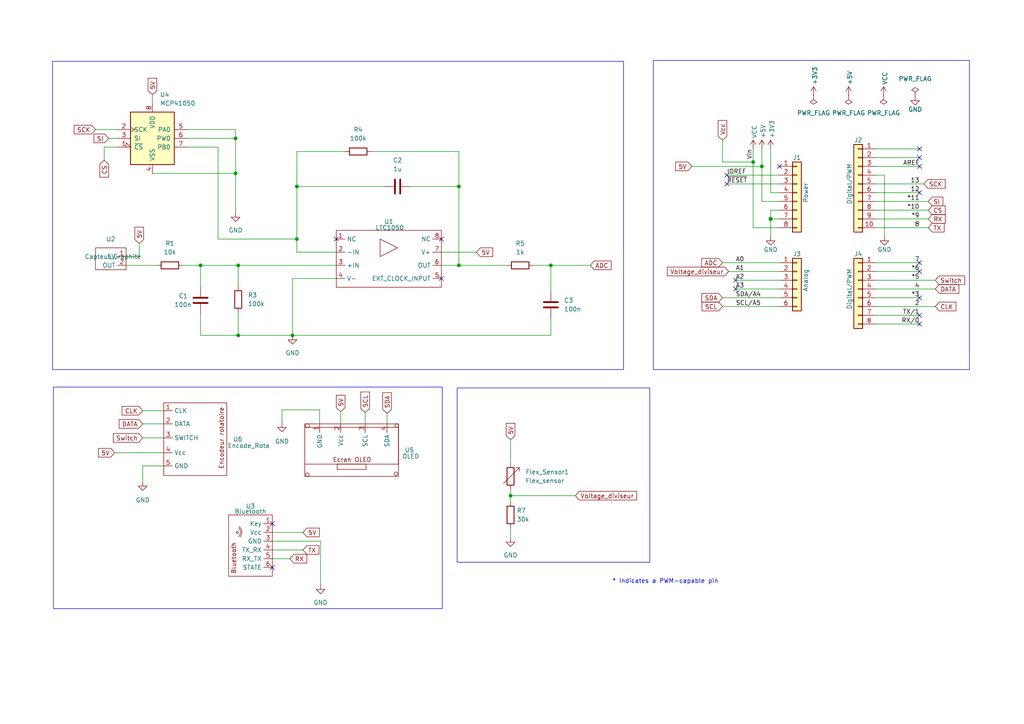
<source format=kicad_sch>
(kicad_sch (version 20230121) (generator eeschema)

  (uuid e63e39d7-6ac0-4ffd-8aa3-1841a4541b55)

  (paper "A4")

  (title_block
    (title "Circuit diagram for the project \"GrapheSenso\"")
    (date "2024-04-23")
    (company "4GP - INSA Toulouse")
    (comment 1 "Le Duc Minh TRAN")
    (comment 2 "Tan Anh Khoa NGO")
  )

  (lib_symbols
    (symbol "Connector_Generic:Conn_01x06" (pin_names (offset 1.016) hide) (in_bom yes) (on_board yes)
      (property "Reference" "J" (at 0 7.62 0)
        (effects (font (size 1.27 1.27)))
      )
      (property "Value" "Conn_01x06" (at 0 -10.16 0)
        (effects (font (size 1.27 1.27)))
      )
      (property "Footprint" "" (at 0 0 0)
        (effects (font (size 1.27 1.27)) hide)
      )
      (property "Datasheet" "~" (at 0 0 0)
        (effects (font (size 1.27 1.27)) hide)
      )
      (property "ki_keywords" "connector" (at 0 0 0)
        (effects (font (size 1.27 1.27)) hide)
      )
      (property "ki_description" "Generic connector, single row, 01x06, script generated (kicad-library-utils/schlib/autogen/connector/)" (at 0 0 0)
        (effects (font (size 1.27 1.27)) hide)
      )
      (property "ki_fp_filters" "Connector*:*_1x??_*" (at 0 0 0)
        (effects (font (size 1.27 1.27)) hide)
      )
      (symbol "Conn_01x06_1_1"
        (rectangle (start -1.27 -7.493) (end 0 -7.747)
          (stroke (width 0.1524) (type default))
          (fill (type none))
        )
        (rectangle (start -1.27 -4.953) (end 0 -5.207)
          (stroke (width 0.1524) (type default))
          (fill (type none))
        )
        (rectangle (start -1.27 -2.413) (end 0 -2.667)
          (stroke (width 0.1524) (type default))
          (fill (type none))
        )
        (rectangle (start -1.27 0.127) (end 0 -0.127)
          (stroke (width 0.1524) (type default))
          (fill (type none))
        )
        (rectangle (start -1.27 2.667) (end 0 2.413)
          (stroke (width 0.1524) (type default))
          (fill (type none))
        )
        (rectangle (start -1.27 5.207) (end 0 4.953)
          (stroke (width 0.1524) (type default))
          (fill (type none))
        )
        (rectangle (start -1.27 6.35) (end 1.27 -8.89)
          (stroke (width 0.254) (type default))
          (fill (type background))
        )
        (pin passive line (at -5.08 5.08 0) (length 3.81)
          (name "Pin_1" (effects (font (size 1.27 1.27))))
          (number "1" (effects (font (size 1.27 1.27))))
        )
        (pin passive line (at -5.08 2.54 0) (length 3.81)
          (name "Pin_2" (effects (font (size 1.27 1.27))))
          (number "2" (effects (font (size 1.27 1.27))))
        )
        (pin passive line (at -5.08 0 0) (length 3.81)
          (name "Pin_3" (effects (font (size 1.27 1.27))))
          (number "3" (effects (font (size 1.27 1.27))))
        )
        (pin passive line (at -5.08 -2.54 0) (length 3.81)
          (name "Pin_4" (effects (font (size 1.27 1.27))))
          (number "4" (effects (font (size 1.27 1.27))))
        )
        (pin passive line (at -5.08 -5.08 0) (length 3.81)
          (name "Pin_5" (effects (font (size 1.27 1.27))))
          (number "5" (effects (font (size 1.27 1.27))))
        )
        (pin passive line (at -5.08 -7.62 0) (length 3.81)
          (name "Pin_6" (effects (font (size 1.27 1.27))))
          (number "6" (effects (font (size 1.27 1.27))))
        )
      )
    )
    (symbol "Connector_Generic:Conn_01x08" (pin_names (offset 1.016) hide) (in_bom yes) (on_board yes)
      (property "Reference" "J" (at 0 10.16 0)
        (effects (font (size 1.27 1.27)))
      )
      (property "Value" "Conn_01x08" (at 0 -12.7 0)
        (effects (font (size 1.27 1.27)))
      )
      (property "Footprint" "" (at 0 0 0)
        (effects (font (size 1.27 1.27)) hide)
      )
      (property "Datasheet" "~" (at 0 0 0)
        (effects (font (size 1.27 1.27)) hide)
      )
      (property "ki_keywords" "connector" (at 0 0 0)
        (effects (font (size 1.27 1.27)) hide)
      )
      (property "ki_description" "Generic connector, single row, 01x08, script generated (kicad-library-utils/schlib/autogen/connector/)" (at 0 0 0)
        (effects (font (size 1.27 1.27)) hide)
      )
      (property "ki_fp_filters" "Connector*:*_1x??_*" (at 0 0 0)
        (effects (font (size 1.27 1.27)) hide)
      )
      (symbol "Conn_01x08_1_1"
        (rectangle (start -1.27 -10.033) (end 0 -10.287)
          (stroke (width 0.1524) (type default))
          (fill (type none))
        )
        (rectangle (start -1.27 -7.493) (end 0 -7.747)
          (stroke (width 0.1524) (type default))
          (fill (type none))
        )
        (rectangle (start -1.27 -4.953) (end 0 -5.207)
          (stroke (width 0.1524) (type default))
          (fill (type none))
        )
        (rectangle (start -1.27 -2.413) (end 0 -2.667)
          (stroke (width 0.1524) (type default))
          (fill (type none))
        )
        (rectangle (start -1.27 0.127) (end 0 -0.127)
          (stroke (width 0.1524) (type default))
          (fill (type none))
        )
        (rectangle (start -1.27 2.667) (end 0 2.413)
          (stroke (width 0.1524) (type default))
          (fill (type none))
        )
        (rectangle (start -1.27 5.207) (end 0 4.953)
          (stroke (width 0.1524) (type default))
          (fill (type none))
        )
        (rectangle (start -1.27 7.747) (end 0 7.493)
          (stroke (width 0.1524) (type default))
          (fill (type none))
        )
        (rectangle (start -1.27 8.89) (end 1.27 -11.43)
          (stroke (width 0.254) (type default))
          (fill (type background))
        )
        (pin passive line (at -5.08 7.62 0) (length 3.81)
          (name "Pin_1" (effects (font (size 1.27 1.27))))
          (number "1" (effects (font (size 1.27 1.27))))
        )
        (pin passive line (at -5.08 5.08 0) (length 3.81)
          (name "Pin_2" (effects (font (size 1.27 1.27))))
          (number "2" (effects (font (size 1.27 1.27))))
        )
        (pin passive line (at -5.08 2.54 0) (length 3.81)
          (name "Pin_3" (effects (font (size 1.27 1.27))))
          (number "3" (effects (font (size 1.27 1.27))))
        )
        (pin passive line (at -5.08 0 0) (length 3.81)
          (name "Pin_4" (effects (font (size 1.27 1.27))))
          (number "4" (effects (font (size 1.27 1.27))))
        )
        (pin passive line (at -5.08 -2.54 0) (length 3.81)
          (name "Pin_5" (effects (font (size 1.27 1.27))))
          (number "5" (effects (font (size 1.27 1.27))))
        )
        (pin passive line (at -5.08 -5.08 0) (length 3.81)
          (name "Pin_6" (effects (font (size 1.27 1.27))))
          (number "6" (effects (font (size 1.27 1.27))))
        )
        (pin passive line (at -5.08 -7.62 0) (length 3.81)
          (name "Pin_7" (effects (font (size 1.27 1.27))))
          (number "7" (effects (font (size 1.27 1.27))))
        )
        (pin passive line (at -5.08 -10.16 0) (length 3.81)
          (name "Pin_8" (effects (font (size 1.27 1.27))))
          (number "8" (effects (font (size 1.27 1.27))))
        )
      )
    )
    (symbol "Connector_Generic:Conn_01x10" (pin_names (offset 1.016) hide) (in_bom yes) (on_board yes)
      (property "Reference" "J" (at 0 12.7 0)
        (effects (font (size 1.27 1.27)))
      )
      (property "Value" "Conn_01x10" (at 0 -15.24 0)
        (effects (font (size 1.27 1.27)))
      )
      (property "Footprint" "" (at 0 0 0)
        (effects (font (size 1.27 1.27)) hide)
      )
      (property "Datasheet" "~" (at 0 0 0)
        (effects (font (size 1.27 1.27)) hide)
      )
      (property "ki_keywords" "connector" (at 0 0 0)
        (effects (font (size 1.27 1.27)) hide)
      )
      (property "ki_description" "Generic connector, single row, 01x10, script generated (kicad-library-utils/schlib/autogen/connector/)" (at 0 0 0)
        (effects (font (size 1.27 1.27)) hide)
      )
      (property "ki_fp_filters" "Connector*:*_1x??_*" (at 0 0 0)
        (effects (font (size 1.27 1.27)) hide)
      )
      (symbol "Conn_01x10_1_1"
        (rectangle (start -1.27 -12.573) (end 0 -12.827)
          (stroke (width 0.1524) (type default))
          (fill (type none))
        )
        (rectangle (start -1.27 -10.033) (end 0 -10.287)
          (stroke (width 0.1524) (type default))
          (fill (type none))
        )
        (rectangle (start -1.27 -7.493) (end 0 -7.747)
          (stroke (width 0.1524) (type default))
          (fill (type none))
        )
        (rectangle (start -1.27 -4.953) (end 0 -5.207)
          (stroke (width 0.1524) (type default))
          (fill (type none))
        )
        (rectangle (start -1.27 -2.413) (end 0 -2.667)
          (stroke (width 0.1524) (type default))
          (fill (type none))
        )
        (rectangle (start -1.27 0.127) (end 0 -0.127)
          (stroke (width 0.1524) (type default))
          (fill (type none))
        )
        (rectangle (start -1.27 2.667) (end 0 2.413)
          (stroke (width 0.1524) (type default))
          (fill (type none))
        )
        (rectangle (start -1.27 5.207) (end 0 4.953)
          (stroke (width 0.1524) (type default))
          (fill (type none))
        )
        (rectangle (start -1.27 7.747) (end 0 7.493)
          (stroke (width 0.1524) (type default))
          (fill (type none))
        )
        (rectangle (start -1.27 10.287) (end 0 10.033)
          (stroke (width 0.1524) (type default))
          (fill (type none))
        )
        (rectangle (start -1.27 11.43) (end 1.27 -13.97)
          (stroke (width 0.254) (type default))
          (fill (type background))
        )
        (pin passive line (at -5.08 10.16 0) (length 3.81)
          (name "Pin_1" (effects (font (size 1.27 1.27))))
          (number "1" (effects (font (size 1.27 1.27))))
        )
        (pin passive line (at -5.08 -12.7 0) (length 3.81)
          (name "Pin_10" (effects (font (size 1.27 1.27))))
          (number "10" (effects (font (size 1.27 1.27))))
        )
        (pin passive line (at -5.08 7.62 0) (length 3.81)
          (name "Pin_2" (effects (font (size 1.27 1.27))))
          (number "2" (effects (font (size 1.27 1.27))))
        )
        (pin passive line (at -5.08 5.08 0) (length 3.81)
          (name "Pin_3" (effects (font (size 1.27 1.27))))
          (number "3" (effects (font (size 1.27 1.27))))
        )
        (pin passive line (at -5.08 2.54 0) (length 3.81)
          (name "Pin_4" (effects (font (size 1.27 1.27))))
          (number "4" (effects (font (size 1.27 1.27))))
        )
        (pin passive line (at -5.08 0 0) (length 3.81)
          (name "Pin_5" (effects (font (size 1.27 1.27))))
          (number "5" (effects (font (size 1.27 1.27))))
        )
        (pin passive line (at -5.08 -2.54 0) (length 3.81)
          (name "Pin_6" (effects (font (size 1.27 1.27))))
          (number "6" (effects (font (size 1.27 1.27))))
        )
        (pin passive line (at -5.08 -5.08 0) (length 3.81)
          (name "Pin_7" (effects (font (size 1.27 1.27))))
          (number "7" (effects (font (size 1.27 1.27))))
        )
        (pin passive line (at -5.08 -7.62 0) (length 3.81)
          (name "Pin_8" (effects (font (size 1.27 1.27))))
          (number "8" (effects (font (size 1.27 1.27))))
        )
        (pin passive line (at -5.08 -10.16 0) (length 3.81)
          (name "Pin_9" (effects (font (size 1.27 1.27))))
          (number "9" (effects (font (size 1.27 1.27))))
        )
      )
    )
    (symbol "Device:C" (pin_numbers hide) (pin_names (offset 0.254)) (in_bom yes) (on_board yes)
      (property "Reference" "C" (at 0.635 2.54 0)
        (effects (font (size 1.27 1.27)) (justify left))
      )
      (property "Value" "C" (at 0.635 -2.54 0)
        (effects (font (size 1.27 1.27)) (justify left))
      )
      (property "Footprint" "" (at 0.9652 -3.81 0)
        (effects (font (size 1.27 1.27)) hide)
      )
      (property "Datasheet" "~" (at 0 0 0)
        (effects (font (size 1.27 1.27)) hide)
      )
      (property "ki_keywords" "cap capacitor" (at 0 0 0)
        (effects (font (size 1.27 1.27)) hide)
      )
      (property "ki_description" "Unpolarized capacitor" (at 0 0 0)
        (effects (font (size 1.27 1.27)) hide)
      )
      (property "ki_fp_filters" "C_*" (at 0 0 0)
        (effects (font (size 1.27 1.27)) hide)
      )
      (symbol "C_0_1"
        (polyline
          (pts
            (xy -2.032 -0.762)
            (xy 2.032 -0.762)
          )
          (stroke (width 0.508) (type default))
          (fill (type none))
        )
        (polyline
          (pts
            (xy -2.032 0.762)
            (xy 2.032 0.762)
          )
          (stroke (width 0.508) (type default))
          (fill (type none))
        )
      )
      (symbol "C_1_1"
        (pin passive line (at 0 3.81 270) (length 2.794)
          (name "~" (effects (font (size 1.27 1.27))))
          (number "1" (effects (font (size 1.27 1.27))))
        )
        (pin passive line (at 0 -3.81 90) (length 2.794)
          (name "~" (effects (font (size 1.27 1.27))))
          (number "2" (effects (font (size 1.27 1.27))))
        )
      )
    )
    (symbol "Device:R" (pin_numbers hide) (pin_names (offset 0)) (in_bom yes) (on_board yes)
      (property "Reference" "R" (at 2.032 0 90)
        (effects (font (size 1.27 1.27)))
      )
      (property "Value" "R" (at 0 0 90)
        (effects (font (size 1.27 1.27)))
      )
      (property "Footprint" "" (at -1.778 0 90)
        (effects (font (size 1.27 1.27)) hide)
      )
      (property "Datasheet" "~" (at 0 0 0)
        (effects (font (size 1.27 1.27)) hide)
      )
      (property "ki_keywords" "R res resistor" (at 0 0 0)
        (effects (font (size 1.27 1.27)) hide)
      )
      (property "ki_description" "Resistor" (at 0 0 0)
        (effects (font (size 1.27 1.27)) hide)
      )
      (property "ki_fp_filters" "R_*" (at 0 0 0)
        (effects (font (size 1.27 1.27)) hide)
      )
      (symbol "R_0_1"
        (rectangle (start -1.016 -2.54) (end 1.016 2.54)
          (stroke (width 0.254) (type default))
          (fill (type none))
        )
      )
      (symbol "R_1_1"
        (pin passive line (at 0 3.81 270) (length 1.27)
          (name "~" (effects (font (size 1.27 1.27))))
          (number "1" (effects (font (size 1.27 1.27))))
        )
        (pin passive line (at 0 -3.81 90) (length 1.27)
          (name "~" (effects (font (size 1.27 1.27))))
          (number "2" (effects (font (size 1.27 1.27))))
        )
      )
    )
    (symbol "Device:R_Variable" (pin_numbers hide) (pin_names (offset 0)) (in_bom yes) (on_board yes)
      (property "Reference" "R" (at 2.54 -2.54 90)
        (effects (font (size 1.27 1.27)) (justify left))
      )
      (property "Value" "R_Variable" (at -2.54 -1.27 90)
        (effects (font (size 1.27 1.27)) (justify left))
      )
      (property "Footprint" "" (at -1.778 0 90)
        (effects (font (size 1.27 1.27)) hide)
      )
      (property "Datasheet" "~" (at 0 0 0)
        (effects (font (size 1.27 1.27)) hide)
      )
      (property "ki_keywords" "R res resistor variable potentiometer rheostat" (at 0 0 0)
        (effects (font (size 1.27 1.27)) hide)
      )
      (property "ki_description" "Variable resistor" (at 0 0 0)
        (effects (font (size 1.27 1.27)) hide)
      )
      (property "ki_fp_filters" "R_*" (at 0 0 0)
        (effects (font (size 1.27 1.27)) hide)
      )
      (symbol "R_Variable_0_1"
        (rectangle (start -1.016 -2.54) (end 1.016 2.54)
          (stroke (width 0.254) (type default))
          (fill (type none))
        )
        (polyline
          (pts
            (xy 2.54 1.524)
            (xy 2.54 2.54)
            (xy 1.524 2.54)
            (xy 2.54 2.54)
            (xy -2.032 -2.032)
          )
          (stroke (width 0) (type default))
          (fill (type none))
        )
      )
      (symbol "R_Variable_1_1"
        (pin passive line (at 0 3.81 270) (length 1.27)
          (name "~" (effects (font (size 1.27 1.27))))
          (number "1" (effects (font (size 1.27 1.27))))
        )
        (pin passive line (at 0 -3.81 90) (length 1.27)
          (name "~" (effects (font (size 1.27 1.27))))
          (number "2" (effects (font (size 1.27 1.27))))
        )
      )
    )
    (symbol "GND_1" (power) (pin_names (offset 0)) (in_bom yes) (on_board yes)
      (property "Reference" "#PWR" (at 0 -6.35 0)
        (effects (font (size 1.27 1.27)) hide)
      )
      (property "Value" "GND_1" (at 0 -3.81 0)
        (effects (font (size 1.27 1.27)))
      )
      (property "Footprint" "" (at 0 0 0)
        (effects (font (size 1.27 1.27)) hide)
      )
      (property "Datasheet" "" (at 0 0 0)
        (effects (font (size 1.27 1.27)) hide)
      )
      (property "ki_keywords" "global power" (at 0 0 0)
        (effects (font (size 1.27 1.27)) hide)
      )
      (property "ki_description" "Power symbol creates a global label with name \"GND\" , ground" (at 0 0 0)
        (effects (font (size 1.27 1.27)) hide)
      )
      (symbol "GND_1_0_1"
        (polyline
          (pts
            (xy 0 0)
            (xy 0 -1.27)
            (xy 1.27 -1.27)
            (xy 0 -2.54)
            (xy -1.27 -1.27)
            (xy 0 -1.27)
          )
          (stroke (width 0) (type default))
          (fill (type none))
        )
      )
      (symbol "GND_1_1_1"
        (pin power_in line (at 0 0 270) (length 0) hide
          (name "GND" (effects (font (size 1.27 1.27))))
          (number "1" (effects (font (size 1.27 1.27))))
        )
      )
    )
    (symbol "Library_insa:Bluetooth HC05-20" (in_bom yes) (on_board yes)
      (property "Reference" "U" (at -5.08 -1.27 0)
        (effects (font (size 1.27 1.27)))
      )
      (property "Value" "" (at 0 0 0)
        (effects (font (size 1.27 1.27)))
      )
      (property "Footprint" "" (at 0 0 0)
        (effects (font (size 1.27 1.27)) hide)
      )
      (property "Datasheet" "" (at 0 0 0)
        (effects (font (size 1.27 1.27)) hide)
      )
      (symbol "Bluetooth HC05-20_0_1"
        (rectangle (start -6.35 5.08) (end 6.35 -12.7)
          (stroke (width 0) (type default))
          (fill (type none))
        )
        (circle (center -3.81 0) (radius 0.3312)
          (stroke (width 0) (type default))
          (fill (type none))
        )
        (arc (start -3.4289 -1.2446) (mid -2.9029 0.0254) (end -3.4289 1.2954)
          (stroke (width 0) (type default))
          (fill (type none))
        )
        (arc (start -2.9716 -1.2954) (mid -2.5173 0.2715) (end -3.302 1.7018)
          (stroke (width 0) (type default))
          (fill (type none))
        )
      )
      (symbol "Bluetooth HC05-20_1_1"
        (text "Bluetooth" (at -4.826 -7.366 900)
          (effects (font (size 1.27 1.27)))
        )
        (pin passive line (at 6.35 2.54 180) (length 2.54)
          (name "Key" (effects (font (size 1.27 1.27))))
          (number "1" (effects (font (size 1.27 1.27))))
        )
        (pin passive line (at 6.35 0 180) (length 2.54)
          (name "Vcc" (effects (font (size 1.27 1.27))))
          (number "2" (effects (font (size 1.27 1.27))))
        )
        (pin passive line (at 6.35 -2.54 180) (length 2.54)
          (name "GND" (effects (font (size 1.27 1.27))))
          (number "3" (effects (font (size 1.27 1.27))))
        )
        (pin passive line (at 6.35 -5.08 180) (length 2.54)
          (name "TX_RX" (effects (font (size 1.27 1.27))))
          (number "4" (effects (font (size 1.27 1.27))))
        )
        (pin passive line (at 6.35 -7.62 180) (length 2.54)
          (name "RX_TX" (effects (font (size 1.27 1.27))))
          (number "5" (effects (font (size 1.27 1.27))))
        )
        (pin passive line (at 6.35 -10.16 180) (length 2.54)
          (name "STATE" (effects (font (size 1.27 1.27))))
          (number "6" (effects (font (size 1.27 1.27))))
        )
      )
    )
    (symbol "Library_insa:Encodeur_rotatoire" (in_bom yes) (on_board yes)
      (property "Reference" "U" (at 5.08 -7.112 0)
        (effects (font (size 1.27 1.27)))
      )
      (property "Value" "" (at 0 0 0)
        (effects (font (size 1.27 1.27)))
      )
      (property "Footprint" "" (at 0 0 0)
        (effects (font (size 1.27 1.27)) hide)
      )
      (property "Datasheet" "" (at 0 0 0)
        (effects (font (size 1.27 1.27)) hide)
      )
      (symbol "Encodeur_rotatoire_0_1"
        (rectangle (start -9.144 9.906) (end 9.144 -11.176)
          (stroke (width 0) (type default))
          (fill (type none))
        )
      )
      (symbol "Encodeur_rotatoire_1_1"
        (text "Encodeur rotatoire" (at 7.62 -0.254 900)
          (effects (font (size 1.27 1.27)))
        )
        (pin passive line (at -9.144 7.62 0) (length 2.54)
          (name "CLK" (effects (font (size 1.27 1.27))))
          (number "1" (effects (font (size 1.27 1.27))))
        )
        (pin passive line (at -9.144 3.81 0) (length 2.54)
          (name "DATA" (effects (font (size 1.27 1.27))))
          (number "2" (effects (font (size 1.27 1.27))))
        )
        (pin passive line (at -9.144 -0.254 0) (length 2.54)
          (name "SWITCH" (effects (font (size 1.27 1.27))))
          (number "3" (effects (font (size 1.27 1.27))))
        )
        (pin passive line (at -9.144 -4.572 0) (length 2.54)
          (name "Vcc" (effects (font (size 1.27 1.27))))
          (number "4" (effects (font (size 1.27 1.27))))
        )
        (pin passive line (at -9.144 -8.382 0) (length 2.54)
          (name "GND" (effects (font (size 1.27 1.27))))
          (number "5" (effects (font (size 1.27 1.27))))
        )
      )
    )
    (symbol "Library_insa:Graphite_sensor" (in_bom yes) (on_board yes)
      (property "Reference" "U" (at -3.81 0 0)
        (effects (font (size 1.27 1.27)))
      )
      (property "Value" "" (at 0 0 0)
        (effects (font (size 1.27 1.27)))
      )
      (property "Footprint" "" (at 0 0 0)
        (effects (font (size 1.27 1.27)) hide)
      )
      (property "Datasheet" "" (at 0 0 0)
        (effects (font (size 1.27 1.27)) hide)
      )
      (symbol "Graphite_sensor_0_1"
        (rectangle (start -5.08 2.54) (end 3.81 -3.81)
          (stroke (width 0) (type default))
          (fill (type none))
        )
      )
      (symbol "Graphite_sensor_1_1"
        (pin passive line (at 3.81 0 180) (length 2.54)
          (name "5V" (effects (font (size 1.27 1.27))))
          (number "1" (effects (font (size 1.27 1.27))))
        )
        (pin passive line (at 3.81 -2.54 180) (length 2.54)
          (name "OUT" (effects (font (size 1.27 1.27))))
          (number "2" (effects (font (size 1.27 1.27))))
        )
      )
    )
    (symbol "Library_insa:LTC1050" (in_bom yes) (on_board yes)
      (property "Reference" "U" (at 10.16 -3.81 0)
        (effects (font (size 1.27 1.27)))
      )
      (property "Value" "" (at 0 0 0)
        (effects (font (size 1.27 1.27)))
      )
      (property "Footprint" "" (at 0 0 0)
        (effects (font (size 1.27 1.27)) hide)
      )
      (property "Datasheet" "" (at 0 0 0)
        (effects (font (size 1.27 1.27)) hide)
      )
      (symbol "LTC1050_0_1"
        (rectangle (start -6.35 5.08) (end 24.13 -11.43)
          (stroke (width 0) (type default))
          (fill (type none))
        )
        (polyline
          (pts
            (xy 6.35 2.54)
            (xy 6.35 -2.54)
            (xy 11.43 0)
            (xy 6.35 2.54)
          )
          (stroke (width 0) (type default))
          (fill (type none))
        )
      )
      (symbol "LTC1050_1_1"
        (pin passive line (at -6.35 2.54 0) (length 2.54)
          (name "NC" (effects (font (size 1.27 1.27))))
          (number "1" (effects (font (size 1.27 1.27))))
        )
        (pin passive line (at -6.35 -1.27 0) (length 2.54)
          (name "-IN" (effects (font (size 1.27 1.27))))
          (number "2" (effects (font (size 1.27 1.27))))
        )
        (pin passive line (at -6.35 -5.08 0) (length 2.54)
          (name "+IN" (effects (font (size 1.27 1.27))))
          (number "3" (effects (font (size 1.27 1.27))))
        )
        (pin passive line (at -6.35 -8.89 0) (length 2.54)
          (name "V-" (effects (font (size 1.27 1.27))))
          (number "4" (effects (font (size 1.27 1.27))))
        )
        (pin passive line (at 24.13 -8.89 180) (length 2.54)
          (name "EXT_CLOCK_INPUT" (effects (font (size 1.27 1.27))))
          (number "5" (effects (font (size 1.27 1.27))))
        )
        (pin passive line (at 24.13 -5.08 180) (length 2.54)
          (name "OUT" (effects (font (size 1.27 1.27))))
          (number "6" (effects (font (size 1.27 1.27))))
        )
        (pin passive line (at 24.13 -1.27 180) (length 2.54)
          (name "V+" (effects (font (size 1.27 1.27))))
          (number "7" (effects (font (size 1.27 1.27))))
        )
        (pin passive line (at 24.13 2.54 180) (length 2.54)
          (name "NC" (effects (font (size 1.27 1.27))))
          (number "8" (effects (font (size 1.27 1.27))))
        )
      )
    )
    (symbol "Library_insa:OLED" (in_bom yes) (on_board yes)
      (property "Reference" "U" (at 0 0 0)
        (effects (font (size 1.27 1.27)))
      )
      (property "Value" "" (at 0 0 0)
        (effects (font (size 1.27 1.27)))
      )
      (property "Footprint" "" (at 0 0 0)
        (effects (font (size 1.27 1.27)) hide)
      )
      (property "Datasheet" "" (at 0 0 0)
        (effects (font (size 1.27 1.27)) hide)
      )
      (symbol "OLED_0_1"
        (rectangle (start -12.446 6.096) (end 14.732 -4.572)
          (stroke (width 0) (type default))
          (fill (type none))
        )
        (rectangle (start -12.446 7.112) (end 14.732 -8.128)
          (stroke (width 0) (type default))
          (fill (type none))
        )
        (circle (center -11.684 -7.62) (radius 0.508)
          (stroke (width 0) (type default))
          (fill (type none))
        )
        (circle (center -11.684 6.604) (radius 0.568)
          (stroke (width 0) (type default))
          (fill (type none))
        )
        (rectangle (start -3.048 -4.572) (end 5.334 -6.096)
          (stroke (width 0) (type default))
          (fill (type none))
        )
        (circle (center 13.97 -7.366) (radius 0.508)
          (stroke (width 0) (type default))
          (fill (type none))
        )
        (circle (center 14.224 6.604) (radius 0.508)
          (stroke (width 0) (type default))
          (fill (type none))
        )
      )
      (symbol "OLED_1_1"
        (text "Ecran OLED\n\n" (at 1.27 -4.318 0)
          (effects (font (size 1.27 1.27)))
        )
        (pin passive line (at -8.128 7.112 270) (length 2.54)
          (name "GND" (effects (font (size 1.27 1.27))))
          (number "1" (effects (font (size 1.27 1.27))))
        )
        (pin passive line (at -2.032 7.112 270) (length 2.54)
          (name "Vcc" (effects (font (size 1.27 1.27))))
          (number "2" (effects (font (size 1.27 1.27))))
        )
        (pin passive line (at 5.08 7.112 270) (length 2.54)
          (name "SCL" (effects (font (size 1.27 1.27))))
          (number "3" (effects (font (size 1.27 1.27))))
        )
        (pin passive line (at 11.43 7.112 270) (length 2.54)
          (name "SDA" (effects (font (size 1.27 1.27))))
          (number "4" (effects (font (size 1.27 1.27))))
        )
      )
    )
    (symbol "Potentiometer_Digital:MCP41050" (pin_names (offset 1.016)) (in_bom yes) (on_board yes)
      (property "Reference" "U" (at -6.35 8.89 0)
        (effects (font (size 1.27 1.27)) (justify left))
      )
      (property "Value" "MCP41050" (at 1.27 8.89 0)
        (effects (font (size 1.27 1.27)) (justify left))
      )
      (property "Footprint" "" (at 0 0 0)
        (effects (font (size 1.27 1.27)) hide)
      )
      (property "Datasheet" "http://ww1.microchip.com/downloads/en/DeviceDoc/11195c.pdf" (at 0 0 0)
        (effects (font (size 1.27 1.27)) hide)
      )
      (property "ki_keywords" "R POT" (at 0 0 0)
        (effects (font (size 1.27 1.27)) hide)
      )
      (property "ki_description" "Single Digital Potentiometer, SPI interface, 256 taps, 50 kohm" (at 0 0 0)
        (effects (font (size 1.27 1.27)) hide)
      )
      (property "ki_fp_filters" "DIP*W7.62mm* SOIC*P1.27mm*" (at 0 0 0)
        (effects (font (size 1.27 1.27)) hide)
      )
      (symbol "MCP41050_0_1"
        (rectangle (start -6.35 7.62) (end 6.35 -7.62)
          (stroke (width 0.254) (type default))
          (fill (type background))
        )
      )
      (symbol "MCP41050_1_1"
        (pin input input_low (at -10.16 -2.54 0) (length 3.81)
          (name "~{CS}" (effects (font (size 1.27 1.27))))
          (number "1" (effects (font (size 1.27 1.27))))
        )
        (pin passive clock (at -10.16 2.54 0) (length 3.81)
          (name "SCK" (effects (font (size 1.27 1.27))))
          (number "2" (effects (font (size 1.27 1.27))))
        )
        (pin input line (at -10.16 0 0) (length 3.81)
          (name "SI" (effects (font (size 1.27 1.27))))
          (number "3" (effects (font (size 1.27 1.27))))
        )
        (pin power_in line (at 0 -10.16 90) (length 2.54)
          (name "VSS" (effects (font (size 1.27 1.27))))
          (number "4" (effects (font (size 1.27 1.27))))
        )
        (pin passive line (at 10.16 2.54 180) (length 3.81)
          (name "PA0" (effects (font (size 1.27 1.27))))
          (number "5" (effects (font (size 1.27 1.27))))
        )
        (pin passive line (at 10.16 0 180) (length 3.81)
          (name "PW0" (effects (font (size 1.27 1.27))))
          (number "6" (effects (font (size 1.27 1.27))))
        )
        (pin passive line (at 10.16 -2.54 180) (length 3.81)
          (name "PB0" (effects (font (size 1.27 1.27))))
          (number "7" (effects (font (size 1.27 1.27))))
        )
        (pin power_in line (at 0 10.16 270) (length 2.54)
          (name "VDD" (effects (font (size 1.27 1.27))))
          (number "8" (effects (font (size 1.27 1.27))))
        )
      )
    )
    (symbol "power:+3V3" (power) (pin_names (offset 0)) (in_bom yes) (on_board yes)
      (property "Reference" "#PWR" (at 0 -3.81 0)
        (effects (font (size 1.27 1.27)) hide)
      )
      (property "Value" "+3V3" (at 0 3.556 0)
        (effects (font (size 1.27 1.27)))
      )
      (property "Footprint" "" (at 0 0 0)
        (effects (font (size 1.27 1.27)) hide)
      )
      (property "Datasheet" "" (at 0 0 0)
        (effects (font (size 1.27 1.27)) hide)
      )
      (property "ki_keywords" "power-flag" (at 0 0 0)
        (effects (font (size 1.27 1.27)) hide)
      )
      (property "ki_description" "Power symbol creates a global label with name \"+3V3\"" (at 0 0 0)
        (effects (font (size 1.27 1.27)) hide)
      )
      (symbol "+3V3_0_1"
        (polyline
          (pts
            (xy -0.762 1.27)
            (xy 0 2.54)
          )
          (stroke (width 0) (type default))
          (fill (type none))
        )
        (polyline
          (pts
            (xy 0 0)
            (xy 0 2.54)
          )
          (stroke (width 0) (type default))
          (fill (type none))
        )
        (polyline
          (pts
            (xy 0 2.54)
            (xy 0.762 1.27)
          )
          (stroke (width 0) (type default))
          (fill (type none))
        )
      )
      (symbol "+3V3_1_1"
        (pin power_in line (at 0 0 90) (length 0) hide
          (name "+3V3" (effects (font (size 1.27 1.27))))
          (number "1" (effects (font (size 1.27 1.27))))
        )
      )
    )
    (symbol "power:+5V" (power) (pin_names (offset 0)) (in_bom yes) (on_board yes)
      (property "Reference" "#PWR" (at 0 -3.81 0)
        (effects (font (size 1.27 1.27)) hide)
      )
      (property "Value" "+5V" (at 0 3.556 0)
        (effects (font (size 1.27 1.27)))
      )
      (property "Footprint" "" (at 0 0 0)
        (effects (font (size 1.27 1.27)) hide)
      )
      (property "Datasheet" "" (at 0 0 0)
        (effects (font (size 1.27 1.27)) hide)
      )
      (property "ki_keywords" "power-flag" (at 0 0 0)
        (effects (font (size 1.27 1.27)) hide)
      )
      (property "ki_description" "Power symbol creates a global label with name \"+5V\"" (at 0 0 0)
        (effects (font (size 1.27 1.27)) hide)
      )
      (symbol "+5V_0_1"
        (polyline
          (pts
            (xy -0.762 1.27)
            (xy 0 2.54)
          )
          (stroke (width 0) (type default))
          (fill (type none))
        )
        (polyline
          (pts
            (xy 0 0)
            (xy 0 2.54)
          )
          (stroke (width 0) (type default))
          (fill (type none))
        )
        (polyline
          (pts
            (xy 0 2.54)
            (xy 0.762 1.27)
          )
          (stroke (width 0) (type default))
          (fill (type none))
        )
      )
      (symbol "+5V_1_1"
        (pin power_in line (at 0 0 90) (length 0) hide
          (name "+5V" (effects (font (size 1.27 1.27))))
          (number "1" (effects (font (size 1.27 1.27))))
        )
      )
    )
    (symbol "power:GND" (power) (pin_names (offset 0)) (in_bom yes) (on_board yes)
      (property "Reference" "#PWR" (at 0 -6.35 0)
        (effects (font (size 1.27 1.27)) hide)
      )
      (property "Value" "GND" (at 0 -3.81 0)
        (effects (font (size 1.27 1.27)))
      )
      (property "Footprint" "" (at 0 0 0)
        (effects (font (size 1.27 1.27)) hide)
      )
      (property "Datasheet" "" (at 0 0 0)
        (effects (font (size 1.27 1.27)) hide)
      )
      (property "ki_keywords" "power-flag" (at 0 0 0)
        (effects (font (size 1.27 1.27)) hide)
      )
      (property "ki_description" "Power symbol creates a global label with name \"GND\" , ground" (at 0 0 0)
        (effects (font (size 1.27 1.27)) hide)
      )
      (symbol "GND_0_1"
        (polyline
          (pts
            (xy 0 0)
            (xy 0 -1.27)
            (xy 1.27 -1.27)
            (xy 0 -2.54)
            (xy -1.27 -1.27)
            (xy 0 -1.27)
          )
          (stroke (width 0) (type default))
          (fill (type none))
        )
      )
      (symbol "GND_1_1"
        (pin power_in line (at 0 0 270) (length 0) hide
          (name "GND" (effects (font (size 1.27 1.27))))
          (number "1" (effects (font (size 1.27 1.27))))
        )
      )
    )
    (symbol "power:PWR_FLAG" (power) (pin_numbers hide) (pin_names (offset 0) hide) (in_bom yes) (on_board yes)
      (property "Reference" "#FLG" (at 0 1.905 0)
        (effects (font (size 1.27 1.27)) hide)
      )
      (property "Value" "PWR_FLAG" (at 0 3.81 0)
        (effects (font (size 1.27 1.27)))
      )
      (property "Footprint" "" (at 0 0 0)
        (effects (font (size 1.27 1.27)) hide)
      )
      (property "Datasheet" "~" (at 0 0 0)
        (effects (font (size 1.27 1.27)) hide)
      )
      (property "ki_keywords" "flag power" (at 0 0 0)
        (effects (font (size 1.27 1.27)) hide)
      )
      (property "ki_description" "Special symbol for telling ERC where power comes from" (at 0 0 0)
        (effects (font (size 1.27 1.27)) hide)
      )
      (symbol "PWR_FLAG_0_0"
        (pin power_out line (at 0 0 90) (length 0)
          (name "pwr" (effects (font (size 1.27 1.27))))
          (number "1" (effects (font (size 1.27 1.27))))
        )
      )
      (symbol "PWR_FLAG_0_1"
        (polyline
          (pts
            (xy 0 0)
            (xy 0 1.27)
            (xy -1.016 1.905)
            (xy 0 2.54)
            (xy 1.016 1.905)
            (xy 0 1.27)
          )
          (stroke (width 0) (type default))
          (fill (type none))
        )
      )
    )
    (symbol "power:VCC" (power) (pin_names (offset 0)) (in_bom yes) (on_board yes)
      (property "Reference" "#PWR" (at 0 -3.81 0)
        (effects (font (size 1.27 1.27)) hide)
      )
      (property "Value" "VCC" (at 0 3.81 0)
        (effects (font (size 1.27 1.27)))
      )
      (property "Footprint" "" (at 0 0 0)
        (effects (font (size 1.27 1.27)) hide)
      )
      (property "Datasheet" "" (at 0 0 0)
        (effects (font (size 1.27 1.27)) hide)
      )
      (property "ki_keywords" "power-flag" (at 0 0 0)
        (effects (font (size 1.27 1.27)) hide)
      )
      (property "ki_description" "Power symbol creates a global label with name \"VCC\"" (at 0 0 0)
        (effects (font (size 1.27 1.27)) hide)
      )
      (symbol "VCC_0_1"
        (polyline
          (pts
            (xy -0.762 1.27)
            (xy 0 2.54)
          )
          (stroke (width 0) (type default))
          (fill (type none))
        )
        (polyline
          (pts
            (xy 0 0)
            (xy 0 2.54)
          )
          (stroke (width 0) (type default))
          (fill (type none))
        )
        (polyline
          (pts
            (xy 0 2.54)
            (xy 0.762 1.27)
          )
          (stroke (width 0) (type default))
          (fill (type none))
        )
      )
      (symbol "VCC_1_1"
        (pin power_in line (at 0 0 90) (length 0) hide
          (name "VCC" (effects (font (size 1.27 1.27))))
          (number "1" (effects (font (size 1.27 1.27))))
        )
      )
    )
  )

  (junction (at 69.088 97.282) (diameter 0) (color 0 0 0 0)
    (uuid 17c703dc-4884-4e25-b37d-293ecd9f8126)
  )
  (junction (at 68.326 50.292) (diameter 0) (color 0 0 0 0)
    (uuid 183dbd72-750a-47ac-9323-1df754a77c72)
  )
  (junction (at 220.98 48.26) (diameter 0) (color 0 0 0 0)
    (uuid 1f10816e-56d3-4b3f-969b-18d00dcce113)
  )
  (junction (at 218.44 46.99) (diameter 0) (color 0 0 0 0)
    (uuid 29624ef3-3f0a-42e9-a255-cda514c35efe)
  )
  (junction (at 223.52 63.5) (diameter 1.016) (color 0 0 0 0)
    (uuid 3dcc657b-55a1-48e0-9667-e01e7b6b08b5)
  )
  (junction (at 69.088 76.962) (diameter 0) (color 0 0 0 0)
    (uuid 4c14f8c5-ede6-489c-9e70-c0c2aa3f74ac)
  )
  (junction (at 133.096 54.102) (diameter 0) (color 0 0 0 0)
    (uuid 4f6fe0bb-0089-4bd5-beca-c319e474c165)
  )
  (junction (at 86.106 54.102) (diameter 0) (color 0 0 0 0)
    (uuid 79595219-c4b7-4fe5-8aba-10302bcd5d34)
  )
  (junction (at 86.106 69.342) (diameter 0) (color 0 0 0 0)
    (uuid 88884310-939e-458e-958c-56288a32dc82)
  )
  (junction (at 148.082 143.764) (diameter 0) (color 0 0 0 0)
    (uuid 9acbbbf5-12fe-4e50-9933-987088989e45)
  )
  (junction (at 68.326 40.132) (diameter 0) (color 0 0 0 0)
    (uuid be16406c-3101-43eb-9c63-982c7c3c22c5)
  )
  (junction (at 84.836 97.282) (diameter 0) (color 0 0 0 0)
    (uuid cef8eda1-8eb6-4cf3-9ca3-95925b4c53c1)
  )
  (junction (at 58.166 76.962) (diameter 0) (color 0 0 0 0)
    (uuid d30c2f22-9985-4f1a-a77a-e7e6100adfca)
  )
  (junction (at 133.096 76.962) (diameter 0) (color 0 0 0 0)
    (uuid de33253a-2696-411f-813a-db2a72d41833)
  )
  (junction (at 159.766 76.962) (diameter 0) (color 0 0 0 0)
    (uuid ef585fd1-8472-4bd4-a075-d44c7358d512)
  )

  (no_connect (at 213.36 81.28) (uuid 0f528c0f-c4d6-4821-80b2-d86d786e07e3))
  (no_connect (at 266.7 45.72) (uuid 1deba6da-4f19-417b-bef6-2dcd265567fc))
  (no_connect (at 210.82 53.34) (uuid 4b3a1fa1-f299-4331-9445-42dcb108cd13))
  (no_connect (at 97.536 69.342) (uuid 4ffa1541-ec16-4438-983e-6e8e1c83fcf7))
  (no_connect (at 78.994 164.592) (uuid 52651d8d-508a-42cd-9bf6-e053bfd870d7))
  (no_connect (at 128.016 80.772) (uuid 57192fe7-108e-4546-8f9f-2f93d522f262))
  (no_connect (at 266.7 86.36) (uuid 616a27c1-f943-46fe-8e5a-d2aa6524c654))
  (no_connect (at 213.36 83.82) (uuid 63c674e1-0335-4f32-8f59-9284f29bd440))
  (no_connect (at 266.7 48.26) (uuid 68c481b6-cb40-4a17-a5bd-e1889722d84a))
  (no_connect (at 128.016 69.342) (uuid 72819457-b1a0-4457-a9ae-2e7cdc36a49b))
  (no_connect (at 78.994 151.892) (uuid 983ceba8-dd76-44f9-bc5f-ba5590b37001))
  (no_connect (at 266.7 93.98) (uuid 9c894179-a186-4900-8f82-c312f6f30dfc))
  (no_connect (at 266.7 78.74) (uuid 9ce7b23c-4b4c-4077-ac5d-62c284046878))
  (no_connect (at 266.7 91.44) (uuid a3676090-4782-46bc-ac87-61d5921ad811))
  (no_connect (at 210.82 50.8) (uuid c07af047-0146-49ed-baeb-d9672bdecb8c))
  (no_connect (at 266.7 43.18) (uuid c3b6c035-c87e-4144-ae53-78076bc16885))
  (no_connect (at 266.7 76.2) (uuid c42fc8a9-680f-4819-a1bc-b152c2714f1b))
  (no_connect (at 226.06 48.26) (uuid d181157c-7812-47e5-a0cf-9580c905fc86))
  (no_connect (at 266.7 55.88) (uuid dbd12c02-b548-4f12-9437-dbeaaf89654a))

  (wire (pts (xy 254 93.98) (xy 266.7 93.98))
    (stroke (width 0) (type solid))
    (uuid 010ba307-2067-49d3-b0fa-6414143f3fc2)
  )
  (wire (pts (xy 133.096 54.102) (xy 133.096 76.962))
    (stroke (width 0) (type default))
    (uuid 06961ca8-4f5e-4fb8-96cb-0dc9c8e575d8)
  )
  (wire (pts (xy 40.386 70.612) (xy 40.386 74.422))
    (stroke (width 0) (type default))
    (uuid 08083465-d0bf-4437-9d74-77936e952255)
  )
  (wire (pts (xy 254 60.96) (xy 269.24 60.96))
    (stroke (width 0) (type solid))
    (uuid 09480ba4-37da-45e3-b9fe-6beebf876349)
  )
  (wire (pts (xy 98.806 119.38) (xy 98.806 122.936))
    (stroke (width 0) (type default))
    (uuid 0ace7615-a7d4-4ca0-bdf8-d10fe63af815)
  )
  (wire (pts (xy 209.55 86.36) (xy 226.06 86.36))
    (stroke (width 0) (type default))
    (uuid 0eee35d0-1995-487f-afb0-317bc99fbbe7)
  )
  (wire (pts (xy 31.496 40.132) (xy 34.036 40.132))
    (stroke (width 0) (type default))
    (uuid 0f232d22-50f5-4685-8896-b73dfc8b2ca4)
  )
  (wire (pts (xy 254 43.18) (xy 266.7 43.18))
    (stroke (width 0) (type solid))
    (uuid 0f5d2189-4ead-42fa-8f7a-cfa3af4de132)
  )
  (wire (pts (xy 41.402 119.126) (xy 47.498 119.126))
    (stroke (width 0) (type default))
    (uuid 10a4d66e-6c5e-4fa6-b0d6-335c13e06ee0)
  )
  (wire (pts (xy 78.994 154.432) (xy 87.884 154.432))
    (stroke (width 0) (type default))
    (uuid 10fc7699-52c7-4725-824a-ee5c2cad3bad)
  )
  (wire (pts (xy 148.082 127.508) (xy 148.082 134.366))
    (stroke (width 0) (type default))
    (uuid 1109ead2-8303-48e2-8ed3-dc16b348d259)
  )
  (wire (pts (xy 68.326 50.292) (xy 68.326 61.722))
    (stroke (width 0) (type default))
    (uuid 1670ee35-00e1-4c8c-8ed5-dc63bb9c2e68)
  )
  (wire (pts (xy 223.52 60.96) (xy 223.52 63.5))
    (stroke (width 0) (type solid))
    (uuid 1c31b835-925f-4a5c-92df-8f2558bb711b)
  )
  (wire (pts (xy 209.55 88.9) (xy 226.06 88.9))
    (stroke (width 0) (type solid))
    (uuid 20854542-d0b0-4be7-af02-0e5fceb34e01)
  )
  (wire (pts (xy 211.328 78.74) (xy 226.06 78.74))
    (stroke (width 0) (type default))
    (uuid 220210ba-b938-45f2-ab3d-64e73b9ebcd2)
  )
  (wire (pts (xy 159.766 76.962) (xy 159.766 84.582))
    (stroke (width 0) (type default))
    (uuid 2ac7efef-55f5-46dc-80a3-2d44cc82e52f)
  )
  (wire (pts (xy 148.082 143.764) (xy 148.082 145.542))
    (stroke (width 0) (type default))
    (uuid 2cfb2ada-9b54-4790-aac6-06bb3db80930)
  )
  (wire (pts (xy 223.52 63.5) (xy 223.52 68.58))
    (stroke (width 0) (type solid))
    (uuid 2df788b2-ce68-49bc-a497-4b6570a17f30)
  )
  (wire (pts (xy 105.918 119.634) (xy 105.918 122.936))
    (stroke (width 0) (type default))
    (uuid 310b6443-e41c-4560-a0cf-3ec7aaf2767e)
  )
  (wire (pts (xy 69.088 97.282) (xy 84.836 97.282))
    (stroke (width 0) (type default))
    (uuid 31838d2c-502b-48a6-b44f-59f862d68c49)
  )
  (wire (pts (xy 154.686 76.962) (xy 159.766 76.962))
    (stroke (width 0) (type default))
    (uuid 31f91e73-ad78-4d8d-98e6-4250b78006ce)
  )
  (wire (pts (xy 223.52 55.88) (xy 226.06 55.88))
    (stroke (width 0) (type solid))
    (uuid 3334b11d-5a13-40b4-a117-d693c543e4ab)
  )
  (wire (pts (xy 63.246 42.672) (xy 54.356 42.672))
    (stroke (width 0) (type default))
    (uuid 35243886-6dfb-4b71-8288-71315cd03bc9)
  )
  (wire (pts (xy 107.696 43.942) (xy 133.096 43.942))
    (stroke (width 0) (type default))
    (uuid 35cebdf4-9e2d-45aa-aa92-0d4b7aa78822)
  )
  (wire (pts (xy 220.98 58.42) (xy 226.06 58.42))
    (stroke (width 0) (type solid))
    (uuid 3661f80c-fef8-4441-83be-df8930b3b45e)
  )
  (wire (pts (xy 54.356 37.592) (xy 68.326 37.592))
    (stroke (width 0) (type default))
    (uuid 3682fe66-0bb7-4669-be92-e1d330cad8da)
  )
  (wire (pts (xy 220.98 43.18) (xy 220.98 48.26))
    (stroke (width 0) (type solid))
    (uuid 392bf1f6-bf67-427d-8d4c-0a87cb757556)
  )
  (wire (pts (xy 69.088 76.962) (xy 97.536 76.962))
    (stroke (width 0) (type default))
    (uuid 3a64170d-36b7-45c4-a092-ea74c845d813)
  )
  (wire (pts (xy 254 53.34) (xy 267.97 53.34))
    (stroke (width 0) (type solid))
    (uuid 4227fa6f-c399-4f14-8228-23e39d2b7e7d)
  )
  (wire (pts (xy 63.246 69.342) (xy 86.106 69.342))
    (stroke (width 0) (type default))
    (uuid 43ed87b1-9a88-4259-8060-e03ac52cb25f)
  )
  (wire (pts (xy 223.52 43.18) (xy 223.52 55.88))
    (stroke (width 0) (type solid))
    (uuid 442fb4de-4d55-45de-bc27-3e6222ceb890)
  )
  (wire (pts (xy 254 76.2) (xy 266.7 76.2))
    (stroke (width 0) (type solid))
    (uuid 4455ee2e-5642-42c1-a83b-f7e65fa0c2f1)
  )
  (wire (pts (xy 209.55 76.2) (xy 226.06 76.2))
    (stroke (width 0) (type solid))
    (uuid 486ca832-85f4-4989-b0f4-569faf9be534)
  )
  (wire (pts (xy 200.66 48.26) (xy 220.98 48.26))
    (stroke (width 0) (type default))
    (uuid 48dbfed7-4874-446b-bfe4-b2d7cfb38a81)
  )
  (wire (pts (xy 254 55.88) (xy 266.7 55.88))
    (stroke (width 0) (type solid))
    (uuid 4a910b57-a5cd-4105-ab4f-bde2a80d4f00)
  )
  (wire (pts (xy 30.226 46.482) (xy 30.226 42.672))
    (stroke (width 0) (type default))
    (uuid 4d852b80-c5ee-40a9-9cfa-cfdbb67d18aa)
  )
  (wire (pts (xy 254 78.74) (xy 266.7 78.74))
    (stroke (width 0) (type solid))
    (uuid 4e60e1af-19bd-45a0-b418-b7030b594dde)
  )
  (wire (pts (xy 218.44 46.99) (xy 218.44 43.18))
    (stroke (width 0) (type solid))
    (uuid 4ef388dc-9732-402b-bd95-84f1cda87e0e)
  )
  (wire (pts (xy 92.964 156.972) (xy 92.964 169.672))
    (stroke (width 0) (type default))
    (uuid 502c08ab-315e-4c13-b00c-84820b0a3f92)
  )
  (wire (pts (xy 119.126 54.102) (xy 133.096 54.102))
    (stroke (width 0) (type default))
    (uuid 627700b8-7f80-40b4-b2fa-f6c1ecc8e3ba)
  )
  (wire (pts (xy 254 63.5) (xy 269.24 63.5))
    (stroke (width 0) (type solid))
    (uuid 63f2b71b-521b-4210-bf06-ed65e330fccc)
  )
  (wire (pts (xy 86.106 54.102) (xy 86.106 69.342))
    (stroke (width 0) (type default))
    (uuid 66919ee5-4348-4009-8f4c-288859cbb48b)
  )
  (wire (pts (xy 220.98 48.26) (xy 220.98 58.42))
    (stroke (width 0) (type solid))
    (uuid 69cc4a1c-408d-42f2-bc02-4672d2c570ec)
  )
  (wire (pts (xy 254 83.82) (xy 271.272 83.82))
    (stroke (width 0) (type solid))
    (uuid 6bb3ea5f-9e60-4add-9d97-244be2cf61d2)
  )
  (wire (pts (xy 86.106 54.102) (xy 86.106 43.942))
    (stroke (width 0) (type default))
    (uuid 6bc68f21-1fc5-42e9-b151-6ea3e57f2d6c)
  )
  (wire (pts (xy 86.106 54.102) (xy 111.506 54.102))
    (stroke (width 0) (type default))
    (uuid 6eb10d14-c8c9-430a-b3c8-b82d687e42ea)
  )
  (wire (pts (xy 209.55 40.64) (xy 209.55 46.99))
    (stroke (width 0) (type default))
    (uuid 6f34dae1-4648-4d05-87d1-68a70faffbd6)
  )
  (wire (pts (xy 92.71 118.872) (xy 92.71 122.936))
    (stroke (width 0) (type default))
    (uuid 712fb482-595e-4133-be11-486da40e547b)
  )
  (wire (pts (xy 58.166 90.932) (xy 58.166 97.282))
    (stroke (width 0) (type default))
    (uuid 728deacb-1fb0-4b33-b373-214339ea9e4b)
  )
  (wire (pts (xy 112.268 119.888) (xy 112.268 122.936))
    (stroke (width 0) (type default))
    (uuid 734dc628-d80f-46a2-8355-48d5075ce59e)
  )
  (wire (pts (xy 210.82 50.8) (xy 226.06 50.8))
    (stroke (width 0) (type solid))
    (uuid 73d4774c-1387-4550-b580-a1cc0ac89b89)
  )
  (wire (pts (xy 41.402 135.128) (xy 41.402 139.7))
    (stroke (width 0) (type default))
    (uuid 749028fd-d9c5-4b53-b7ef-27a829cd9a1b)
  )
  (wire (pts (xy 159.766 92.202) (xy 159.766 97.282))
    (stroke (width 0) (type default))
    (uuid 78fa9426-55ea-476f-b0b1-670081463ff3)
  )
  (wire (pts (xy 256.54 50.8) (xy 256.54 68.58))
    (stroke (width 0) (type solid))
    (uuid 84ce350c-b0c1-4e69-9ab2-f7ec7b8bb312)
  )
  (wire (pts (xy 53.086 76.962) (xy 58.166 76.962))
    (stroke (width 0) (type default))
    (uuid 86d2cf13-5f16-4768-ad18-3ab2f9750752)
  )
  (wire (pts (xy 254 48.26) (xy 266.7 48.26))
    (stroke (width 0) (type solid))
    (uuid 8a3d35a2-f0f6-4dec-a606-7c8e288ca828)
  )
  (wire (pts (xy 41.402 122.936) (xy 47.498 122.936))
    (stroke (width 0) (type default))
    (uuid 8c187bc9-d26c-45ef-9b95-a41849c7a4a9)
  )
  (wire (pts (xy 84.836 97.282) (xy 159.766 97.282))
    (stroke (width 0) (type default))
    (uuid 8c2b87b0-6855-4cfb-b99b-1447c14a1410)
  )
  (wire (pts (xy 148.082 153.162) (xy 148.082 155.956))
    (stroke (width 0) (type default))
    (uuid 90d48c83-5b74-4ead-b431-cfb4a8eb55a4)
  )
  (wire (pts (xy 226.06 81.28) (xy 213.36 81.28))
    (stroke (width 0) (type solid))
    (uuid 9377eb1a-3b12-438c-8ebd-f86ace1e8d25)
  )
  (wire (pts (xy 210.82 53.34) (xy 226.06 53.34))
    (stroke (width 0) (type solid))
    (uuid 93e52853-9d1e-4afe-aee8-b825ab9f5d09)
  )
  (wire (pts (xy 47.498 135.128) (xy 41.402 135.128))
    (stroke (width 0) (type default))
    (uuid 9449056a-7e0b-4457-ab27-9474e8aad5d3)
  )
  (wire (pts (xy 226.06 63.5) (xy 223.52 63.5))
    (stroke (width 0) (type solid))
    (uuid 97df9ac9-dbb8-472e-b84f-3684d0eb5efc)
  )
  (wire (pts (xy 159.766 76.962) (xy 171.196 76.962))
    (stroke (width 0) (type default))
    (uuid 9b8e16f1-c722-4df7-b426-d032421ad14c)
  )
  (wire (pts (xy 30.226 42.672) (xy 34.036 42.672))
    (stroke (width 0) (type default))
    (uuid 9be63292-0493-4b08-8084-2b8310fc3cd7)
  )
  (wire (pts (xy 40.386 74.422) (xy 36.576 74.422))
    (stroke (width 0) (type default))
    (uuid 9cbfc3ae-100c-4c8b-91cf-521a1a5a2d9c)
  )
  (wire (pts (xy 36.576 76.962) (xy 45.466 76.962))
    (stroke (width 0) (type default))
    (uuid 9e346371-a436-4689-aa44-3656f49c453b)
  )
  (wire (pts (xy 226.06 66.04) (xy 218.44 66.04))
    (stroke (width 0) (type solid))
    (uuid a7518f9d-05df-4211-ba17-5d615f04ec46)
  )
  (wire (pts (xy 68.326 37.592) (xy 68.326 40.132))
    (stroke (width 0) (type default))
    (uuid ab5aeb27-4c5d-4924-a173-25689084ca37)
  )
  (wire (pts (xy 133.096 43.942) (xy 133.096 54.102))
    (stroke (width 0) (type default))
    (uuid aec87df5-a12d-4c56-a610-183bc22d2f08)
  )
  (wire (pts (xy 133.096 76.962) (xy 147.066 76.962))
    (stroke (width 0) (type default))
    (uuid afb2f909-fd7f-40d3-8dc0-840ea8790e00)
  )
  (wire (pts (xy 209.55 46.99) (xy 218.44 46.99))
    (stroke (width 0) (type default))
    (uuid b2a28aa8-c0a0-4fee-917a-9246cc6baa81)
  )
  (wire (pts (xy 68.326 40.132) (xy 68.326 50.292))
    (stroke (width 0) (type default))
    (uuid b49f2128-6ecd-4701-8067-ae40e77aab6b)
  )
  (wire (pts (xy 63.246 42.672) (xy 63.246 69.342))
    (stroke (width 0) (type default))
    (uuid b53dd699-1336-45f7-b416-5559127814ff)
  )
  (wire (pts (xy 78.994 162.052) (xy 84.074 162.052))
    (stroke (width 0) (type default))
    (uuid b62a2dd1-9fcb-4d9d-ae4c-a765390393fd)
  )
  (wire (pts (xy 84.836 80.772) (xy 84.836 97.282))
    (stroke (width 0) (type default))
    (uuid b7ddfccc-2bd6-4a64-a0d7-b2d042f97261)
  )
  (wire (pts (xy 44.196 50.292) (xy 68.326 50.292))
    (stroke (width 0) (type default))
    (uuid b9783163-b807-49e3-a059-844d85f44ef0)
  )
  (wire (pts (xy 254 50.8) (xy 256.54 50.8))
    (stroke (width 0) (type solid))
    (uuid bcbc7302-8a54-4b9b-98b9-f277f1b20941)
  )
  (wire (pts (xy 78.994 156.972) (xy 92.964 156.972))
    (stroke (width 0) (type default))
    (uuid bf02a6f9-ba87-4775-a5b6-8c12c2664ab6)
  )
  (wire (pts (xy 226.06 60.96) (xy 223.52 60.96))
    (stroke (width 0) (type solid))
    (uuid c12796ad-cf20-466f-9ab3-9cf441392c32)
  )
  (wire (pts (xy 69.088 90.678) (xy 69.088 97.282))
    (stroke (width 0) (type default))
    (uuid c3dd08f5-d240-4650-8ad0-c3b28578d52d)
  )
  (wire (pts (xy 33.274 131.318) (xy 47.498 131.318))
    (stroke (width 0) (type default))
    (uuid c5b718f3-66a9-4340-a0af-fc59dfc6e88a)
  )
  (wire (pts (xy 58.166 97.282) (xy 69.088 97.282))
    (stroke (width 0) (type default))
    (uuid c5ccca7a-cd1b-4390-a17e-915bca1c363b)
  )
  (wire (pts (xy 254 58.42) (xy 269.24 58.42))
    (stroke (width 0) (type solid))
    (uuid c722a1ff-12f1-49e5-88a4-44ffeb509ca2)
  )
  (wire (pts (xy 78.994 159.512) (xy 87.884 159.512))
    (stroke (width 0) (type default))
    (uuid c86541a8-c9bb-43f7-872f-dcfc891e0932)
  )
  (wire (pts (xy 86.106 43.942) (xy 100.076 43.942))
    (stroke (width 0) (type default))
    (uuid c9e393a7-e977-42aa-9e65-f62c5502541f)
  )
  (wire (pts (xy 133.096 76.962) (xy 128.016 76.962))
    (stroke (width 0) (type default))
    (uuid ca5e1afe-882e-44ea-89f0-33b5cae69ff7)
  )
  (wire (pts (xy 58.166 76.962) (xy 58.166 83.312))
    (stroke (width 0) (type default))
    (uuid cb4b4b5c-a00d-4840-88eb-e57fba79df41)
  )
  (wire (pts (xy 41.402 127) (xy 47.498 127))
    (stroke (width 0) (type default))
    (uuid cb6464d7-88e0-4c55-8621-d65b5f0a5335)
  )
  (wire (pts (xy 81.788 118.872) (xy 92.71 118.872))
    (stroke (width 0) (type default))
    (uuid ce7effea-4626-4668-9cd3-1ab2b8574955)
  )
  (wire (pts (xy 254 81.28) (xy 271.272 81.28))
    (stroke (width 0) (type solid))
    (uuid cfe99980-2d98-4372-b495-04c53027340b)
  )
  (wire (pts (xy 86.106 69.342) (xy 86.106 73.152))
    (stroke (width 0) (type default))
    (uuid d2d2c130-6dca-48ba-a84e-84a19e16861c)
  )
  (wire (pts (xy 213.36 83.82) (xy 226.06 83.82))
    (stroke (width 0) (type solid))
    (uuid d3042136-2605-44b2-aebb-5484a9c90933)
  )
  (wire (pts (xy 128.016 73.152) (xy 138.176 73.152))
    (stroke (width 0) (type default))
    (uuid d7d743c5-2f1f-4985-b924-ec17eb8df5a2)
  )
  (wire (pts (xy 81.788 122.682) (xy 81.788 118.872))
    (stroke (width 0) (type default))
    (uuid d8131be0-7596-43bc-a6f7-a5547905921b)
  )
  (wire (pts (xy 69.088 76.962) (xy 69.088 83.058))
    (stroke (width 0) (type default))
    (uuid d987d042-860f-4128-91aa-0c72bfec089d)
  )
  (wire (pts (xy 97.536 80.772) (xy 84.836 80.772))
    (stroke (width 0) (type default))
    (uuid dac04c5b-34bf-47d6-85a2-4c6f009d8bbc)
  )
  (wire (pts (xy 148.082 143.764) (xy 166.878 143.764))
    (stroke (width 0) (type default))
    (uuid dfea090a-53f9-4469-a03e-e9de095e9660)
  )
  (wire (pts (xy 27.686 37.592) (xy 34.036 37.592))
    (stroke (width 0) (type default))
    (uuid e246e329-ed0d-445d-a450-c7b2c174e1e5)
  )
  (wire (pts (xy 54.356 40.132) (xy 68.326 40.132))
    (stroke (width 0) (type default))
    (uuid e327a8f7-ffe6-4b7d-a538-4bdef6759c7c)
  )
  (wire (pts (xy 254 45.72) (xy 266.7 45.72))
    (stroke (width 0) (type solid))
    (uuid e7278977-132b-4777-9eb4-7d93363a4379)
  )
  (wire (pts (xy 254 88.9) (xy 271.272 88.9))
    (stroke (width 0) (type solid))
    (uuid e9bdd59b-3252-4c44-a357-6fa1af0c210c)
  )
  (wire (pts (xy 254 86.36) (xy 266.7 86.36))
    (stroke (width 0) (type solid))
    (uuid ec76dcc9-9949-4dda-bd76-046204829cb4)
  )
  (wire (pts (xy 86.106 73.152) (xy 97.536 73.152))
    (stroke (width 0) (type default))
    (uuid eeaf67e0-68c8-4d19-aa8b-c68d46a956d0)
  )
  (wire (pts (xy 148.082 141.986) (xy 148.082 143.764))
    (stroke (width 0) (type default))
    (uuid f0a4b865-74e9-49e8-828c-01358c98946d)
  )
  (wire (pts (xy 44.196 27.432) (xy 44.196 29.972))
    (stroke (width 0) (type default))
    (uuid f10b3490-ba42-4367-9825-f5fe554e8e60)
  )
  (wire (pts (xy 58.166 76.962) (xy 69.088 76.962))
    (stroke (width 0) (type default))
    (uuid f3c44975-3149-43e4-bf2c-385478b7e916)
  )
  (wire (pts (xy 254 91.44) (xy 266.7 91.44))
    (stroke (width 0) (type solid))
    (uuid f853d1d4-c722-44df-98bf-4a6114204628)
  )
  (wire (pts (xy 218.44 66.04) (xy 218.44 46.99))
    (stroke (width 0) (type solid))
    (uuid f8de70cd-e47d-4e80-8f3a-077e9df93aa8)
  )
  (wire (pts (xy 254 66.04) (xy 269.24 66.04))
    (stroke (width 0) (type solid))
    (uuid fe837306-92d0-4847-ad21-76c47ae932d1)
  )

  (rectangle (start 15.494 112.268) (end 128.27 176.53)
    (stroke (width 0) (type default))
    (fill (type none))
    (uuid 0764f7e7-f456-4796-8649-1ce2234afd7c)
  )
  (rectangle (start 132.588 112.522) (end 188.468 163.068)
    (stroke (width 0) (type default))
    (fill (type none))
    (uuid 0a5b4010-bdfd-4979-bd2f-1d0a64161b4c)
  )
  (rectangle (start 189.484 17.526) (end 281.178 107.188)
    (stroke (width 0) (type default))
    (fill (type none))
    (uuid 847a1bbf-1a9b-4d4a-ae8d-d55368d6dd91)
  )
  (rectangle (start 15.24 17.78) (end 180.848 107.188)
    (stroke (width 0) (type default))
    (fill (type none))
    (uuid e257da8e-0175-42e6-ba0d-a3c1fd0283d9)
  )

  (text "* Indicates a PWM-capable pin" (at 177.546 169.418 0)
    (effects (font (size 1.27 1.27)) (justify left bottom))
    (uuid c364973a-9a67-4667-8185-a3a5c6c6cbdf)
  )

  (label "RX{slash}0" (at 266.7 93.98 180) (fields_autoplaced)
    (effects (font (size 1.27 1.27)) (justify right bottom))
    (uuid 01ea9310-cf66-436b-9b89-1a2f4237b59e)
  )
  (label "A2" (at 213.36 81.28 0) (fields_autoplaced)
    (effects (font (size 1.27 1.27)) (justify left bottom))
    (uuid 09251fd4-af37-4d86-8951-1faaac710ffa)
  )
  (label "4" (at 266.7 83.82 180) (fields_autoplaced)
    (effects (font (size 1.27 1.27)) (justify right bottom))
    (uuid 0d8cfe6d-11bf-42b9-9752-f9a5a76bce7e)
  )
  (label "2" (at 266.7 88.9 180) (fields_autoplaced)
    (effects (font (size 1.27 1.27)) (justify right bottom))
    (uuid 23f0c933-49f0-4410-a8db-8b017f48dadc)
  )
  (label "A3" (at 213.36 83.82 0) (fields_autoplaced)
    (effects (font (size 1.27 1.27)) (justify left bottom))
    (uuid 2c60ab74-0590-423b-8921-6f3212a358d2)
  )
  (label "13" (at 266.7 53.34 180) (fields_autoplaced)
    (effects (font (size 1.27 1.27)) (justify right bottom))
    (uuid 35bc5b35-b7b2-44d5-bbed-557f428649b2)
  )
  (label "12" (at 266.7 55.88 180) (fields_autoplaced)
    (effects (font (size 1.27 1.27)) (justify right bottom))
    (uuid 3ffaa3b1-1d78-4c7b-bdf9-f1a8019c92fd)
  )
  (label "~{RESET}" (at 210.82 53.34 0) (fields_autoplaced)
    (effects (font (size 1.27 1.27)) (justify left bottom))
    (uuid 49585dba-cfa7-4813-841e-9d900d43ecf4)
  )
  (label "*10" (at 266.7 60.96 180) (fields_autoplaced)
    (effects (font (size 1.27 1.27)) (justify right bottom))
    (uuid 54be04e4-fffa-4f7f-8a5f-d0de81314e8f)
  )
  (label "7" (at 266.7 76.2 180) (fields_autoplaced)
    (effects (font (size 1.27 1.27)) (justify right bottom))
    (uuid 873d2c88-519e-482f-a3ed-2484e5f9417e)
  )
  (label "8" (at 266.7 66.04 180) (fields_autoplaced)
    (effects (font (size 1.27 1.27)) (justify right bottom))
    (uuid 89b0e564-e7aa-4224-80c9-3f0614fede8f)
  )
  (label "*11" (at 266.7 58.42 180) (fields_autoplaced)
    (effects (font (size 1.27 1.27)) (justify right bottom))
    (uuid 9ad5a781-2469-4c8f-8abf-a1c3586f7cb7)
  )
  (label "*3" (at 266.7 86.36 180) (fields_autoplaced)
    (effects (font (size 1.27 1.27)) (justify right bottom))
    (uuid 9cccf5f9-68a4-4e61-b418-6185dd6a5f9a)
  )
  (label "A1" (at 213.36 78.74 0) (fields_autoplaced)
    (effects (font (size 1.27 1.27)) (justify left bottom))
    (uuid acc9991b-1bdd-4544-9a08-4037937485cb)
  )
  (label "TX{slash}1" (at 266.7 91.44 180) (fields_autoplaced)
    (effects (font (size 1.27 1.27)) (justify right bottom))
    (uuid ae2c9582-b445-44bd-b371-7fc74f6cf852)
  )
  (label "A0" (at 213.36 76.2 0) (fields_autoplaced)
    (effects (font (size 1.27 1.27)) (justify left bottom))
    (uuid ba02dc27-26a3-4648-b0aa-06b6dcaf001f)
  )
  (label "AREF" (at 266.7 48.26 180) (fields_autoplaced)
    (effects (font (size 1.27 1.27)) (justify right bottom))
    (uuid bbf52cf8-6d97-4499-a9ee-3657cebcdabf)
  )
  (label "Vin" (at 218.44 43.18 270) (fields_autoplaced)
    (effects (font (size 1.27 1.27)) (justify right bottom))
    (uuid c348793d-eec0-4f33-9b91-2cae8b4224a4)
  )
  (label "*6" (at 266.7 78.74 180) (fields_autoplaced)
    (effects (font (size 1.27 1.27)) (justify right bottom))
    (uuid c775d4e8-c37b-4e73-90c1-1c8d36333aac)
  )
  (label "*9" (at 266.7 63.5 180) (fields_autoplaced)
    (effects (font (size 1.27 1.27)) (justify right bottom))
    (uuid ccb58899-a82d-403c-b30b-ee351d622e9c)
  )
  (label "*5" (at 266.7 81.28 180) (fields_autoplaced)
    (effects (font (size 1.27 1.27)) (justify right bottom))
    (uuid d9a65242-9c26-45cd-9a55-3e69f0d77784)
  )
  (label "IOREF" (at 210.82 50.8 0) (fields_autoplaced)
    (effects (font (size 1.27 1.27)) (justify left bottom))
    (uuid de819ae4-b245-474b-a426-865ba877b8a2)
  )
  (label "SDA{slash}A4" (at 213.36 86.36 0) (fields_autoplaced)
    (effects (font (size 1.27 1.27)) (justify left bottom))
    (uuid e7ce99b8-ca22-4c56-9e55-39d32c709f3c)
  )
  (label "SCL{slash}A5" (at 213.36 88.9 0) (fields_autoplaced)
    (effects (font (size 1.27 1.27)) (justify left bottom))
    (uuid ea5aa60b-a25e-41a1-9e06-c7b6f957567f)
  )

  (global_label "5V" (shape input) (at 98.806 119.38 90) (fields_autoplaced)
    (effects (font (size 1.27 1.27)) (justify left))
    (uuid 0561973c-b7fe-47a0-95e0-35a8b167a41f)
    (property "Intersheetrefs" "${INTERSHEET_REFS}" (at 98.806 114.0016 90)
      (effects (font (size 1.27 1.27)) (justify left) hide)
    )
  )
  (global_label "SDA" (shape input) (at 209.55 86.36 180) (fields_autoplaced)
    (effects (font (size 1.27 1.27)) (justify right))
    (uuid 11bcf2aa-0539-4e8f-b6c1-39026ac203ad)
    (property "Intersheetrefs" "${INTERSHEET_REFS}" (at 202.9016 86.36 0)
      (effects (font (size 1.27 1.27)) (justify right) hide)
    )
  )
  (global_label "DATA" (shape input) (at 41.402 122.936 180) (fields_autoplaced)
    (effects (font (size 1.27 1.27)) (justify right))
    (uuid 12299cfc-5833-42b0-a0c0-5224e622b11d)
    (property "Intersheetrefs" "${INTERSHEET_REFS}" (at 33.9069 122.936 0)
      (effects (font (size 1.27 1.27)) (justify right) hide)
    )
  )
  (global_label "Voltage_diviseur" (shape input) (at 166.878 143.764 0) (fields_autoplaced)
    (effects (font (size 1.27 1.27)) (justify left))
    (uuid 20a608c2-1fb4-41be-a0da-39230cfb3bb9)
    (property "Intersheetrefs" "${INTERSHEET_REFS}" (at 185.3191 143.764 0)
      (effects (font (size 1.27 1.27)) (justify left) hide)
    )
  )
  (global_label "CLK" (shape input) (at 271.272 88.9 0) (fields_autoplaced)
    (effects (font (size 1.27 1.27)) (justify left))
    (uuid 245e4f01-4405-4c25-95bf-3d1b8f165d05)
    (property "Intersheetrefs" "${INTERSHEET_REFS}" (at 277.9204 88.9 0)
      (effects (font (size 1.27 1.27)) (justify left) hide)
    )
  )
  (global_label "RX" (shape input) (at 84.074 162.052 0) (fields_autoplaced)
    (effects (font (size 1.27 1.27)) (justify left))
    (uuid 2e4b00f5-f68e-44be-8743-a88d0f2b36d4)
    (property "Intersheetrefs" "${INTERSHEET_REFS}" (at 89.6338 162.052 0)
      (effects (font (size 1.27 1.27)) (justify left) hide)
    )
  )
  (global_label "SCL" (shape input) (at 209.55 88.9 180) (fields_autoplaced)
    (effects (font (size 1.27 1.27)) (justify right))
    (uuid 305e0d99-6e92-4a71-94d4-8c0b938a6732)
    (property "Intersheetrefs" "${INTERSHEET_REFS}" (at 202.9621 88.9 0)
      (effects (font (size 1.27 1.27)) (justify right) hide)
    )
  )
  (global_label "ADC" (shape input) (at 209.55 76.2 180) (fields_autoplaced)
    (effects (font (size 1.27 1.27)) (justify right))
    (uuid 4a7be92f-28b1-4439-9ff7-2592063a6bd1)
    (property "Intersheetrefs" "${INTERSHEET_REFS}" (at 202.8411 76.2 0)
      (effects (font (size 1.27 1.27)) (justify right) hide)
    )
  )
  (global_label "SCL" (shape input) (at 105.918 119.634 90) (fields_autoplaced)
    (effects (font (size 1.27 1.27)) (justify left))
    (uuid 525d54da-19bc-487b-af07-e8968e7198bd)
    (property "Intersheetrefs" "${INTERSHEET_REFS}" (at 105.918 113.0461 90)
      (effects (font (size 1.27 1.27)) (justify left) hide)
    )
  )
  (global_label "5V" (shape input) (at 87.884 154.432 0) (fields_autoplaced)
    (effects (font (size 1.27 1.27)) (justify left))
    (uuid 5bde6b50-bd2d-46fa-adae-9210dbff6583)
    (property "Intersheetrefs" "${INTERSHEET_REFS}" (at 93.2624 154.432 0)
      (effects (font (size 1.27 1.27)) (justify left) hide)
    )
  )
  (global_label "DATA" (shape input) (at 271.272 83.82 0) (fields_autoplaced)
    (effects (font (size 1.27 1.27)) (justify left))
    (uuid 5c74780f-a0fe-4dbe-9b9b-9b2f1e444e90)
    (property "Intersheetrefs" "${INTERSHEET_REFS}" (at 278.7671 83.82 0)
      (effects (font (size 1.27 1.27)) (justify left) hide)
    )
  )
  (global_label "RX" (shape input) (at 269.24 63.5 0) (fields_autoplaced)
    (effects (font (size 1.27 1.27)) (justify left))
    (uuid 5d707546-7491-4499-bfb6-1e40afdeacde)
    (property "Intersheetrefs" "${INTERSHEET_REFS}" (at 274.7998 63.5 0)
      (effects (font (size 1.27 1.27)) (justify left) hide)
    )
  )
  (global_label "CLK" (shape input) (at 41.402 119.126 180) (fields_autoplaced)
    (effects (font (size 1.27 1.27)) (justify right))
    (uuid 5f011ba2-c9f6-4ad9-bd19-8c2881196203)
    (property "Intersheetrefs" "${INTERSHEET_REFS}" (at 34.7536 119.126 0)
      (effects (font (size 1.27 1.27)) (justify right) hide)
    )
  )
  (global_label "5V" (shape input) (at 44.196 27.432 90) (fields_autoplaced)
    (effects (font (size 1.27 1.27)) (justify left))
    (uuid 6ecbc5cf-c10e-4c73-96fa-395b3a77a881)
    (property "Intersheetrefs" "${INTERSHEET_REFS}" (at 44.196 22.0536 90)
      (effects (font (size 1.27 1.27)) (justify left) hide)
    )
  )
  (global_label "SDA" (shape input) (at 112.268 119.888 90) (fields_autoplaced)
    (effects (font (size 1.27 1.27)) (justify left))
    (uuid 6fe66208-0877-46b0-8fb2-9d50c1eeee74)
    (property "Intersheetrefs" "${INTERSHEET_REFS}" (at 112.268 113.2396 90)
      (effects (font (size 1.27 1.27)) (justify left) hide)
    )
  )
  (global_label "Vcc" (shape input) (at 209.55 40.64 90) (fields_autoplaced)
    (effects (font (size 1.27 1.27)) (justify left))
    (uuid 72409f2d-b226-45e0-ae28-ffa1333b5fa2)
    (property "Intersheetrefs" "${INTERSHEET_REFS}" (at 209.55 34.2939 90)
      (effects (font (size 1.27 1.27)) (justify left) hide)
    )
  )
  (global_label "CS" (shape input) (at 30.226 46.482 270) (fields_autoplaced)
    (effects (font (size 1.27 1.27)) (justify right))
    (uuid 742c1fbf-1640-4d9f-8fdf-62761cde28e6)
    (property "Intersheetrefs" "${INTERSHEET_REFS}" (at 30.226 52.0418 90)
      (effects (font (size 1.27 1.27)) (justify right) hide)
    )
  )
  (global_label "Voltage_diviseur" (shape input) (at 211.328 78.74 180) (fields_autoplaced)
    (effects (font (size 1.27 1.27)) (justify right))
    (uuid 75af7a7b-ad15-4684-9cd7-126554a207ac)
    (property "Intersheetrefs" "${INTERSHEET_REFS}" (at 192.8869 78.74 0)
      (effects (font (size 1.27 1.27)) (justify right) hide)
    )
  )
  (global_label "SCK" (shape input) (at 27.686 37.592 180) (fields_autoplaced)
    (effects (font (size 1.27 1.27)) (justify right))
    (uuid 7d8529de-8e2c-4ccc-8f79-1c1c7b323859)
    (property "Intersheetrefs" "${INTERSHEET_REFS}" (at 20.8562 37.592 0)
      (effects (font (size 1.27 1.27)) (justify right) hide)
    )
  )
  (global_label "CS" (shape input) (at 269.24 60.96 0) (fields_autoplaced)
    (effects (font (size 1.27 1.27)) (justify left))
    (uuid 8207062d-3c50-4bd2-9764-e732c2acd40b)
    (property "Intersheetrefs" "${INTERSHEET_REFS}" (at 274.7998 60.96 0)
      (effects (font (size 1.27 1.27)) (justify left) hide)
    )
  )
  (global_label "SI" (shape input) (at 31.496 40.132 180) (fields_autoplaced)
    (effects (font (size 1.27 1.27)) (justify right))
    (uuid 8c0352d3-f6fd-43dd-b6e1-4db19eeb15bb)
    (property "Intersheetrefs" "${INTERSHEET_REFS}" (at 26.6014 40.132 0)
      (effects (font (size 1.27 1.27)) (justify right) hide)
    )
  )
  (global_label "SI" (shape input) (at 269.24 58.42 0) (fields_autoplaced)
    (effects (font (size 1.27 1.27)) (justify left))
    (uuid 8d12c7d5-2a8b-4bd6-944c-14e9a9b01555)
    (property "Intersheetrefs" "${INTERSHEET_REFS}" (at 274.1346 58.42 0)
      (effects (font (size 1.27 1.27)) (justify left) hide)
    )
  )
  (global_label "5V" (shape input) (at 200.66 48.26 180) (fields_autoplaced)
    (effects (font (size 1.27 1.27)) (justify right))
    (uuid 9b9d89cd-b078-4c3f-9530-301ff4cbd44a)
    (property "Intersheetrefs" "${INTERSHEET_REFS}" (at 195.2816 48.26 0)
      (effects (font (size 1.27 1.27)) (justify right) hide)
    )
  )
  (global_label "TX" (shape input) (at 87.884 159.512 0) (fields_autoplaced)
    (effects (font (size 1.27 1.27)) (justify left))
    (uuid a0505f19-5675-447a-b652-fe34d950578e)
    (property "Intersheetrefs" "${INTERSHEET_REFS}" (at 93.1414 159.512 0)
      (effects (font (size 1.27 1.27)) (justify left) hide)
    )
  )
  (global_label "5V" (shape input) (at 148.082 127.508 90) (fields_autoplaced)
    (effects (font (size 1.27 1.27)) (justify left))
    (uuid a9d839dc-4a2d-4ca7-80b9-347dd901ab1e)
    (property "Intersheetrefs" "${INTERSHEET_REFS}" (at 148.082 122.1296 90)
      (effects (font (size 1.27 1.27)) (justify left) hide)
    )
  )
  (global_label "SCK" (shape input) (at 267.97 53.34 0) (fields_autoplaced)
    (effects (font (size 1.27 1.27)) (justify left))
    (uuid cacfc085-c677-46ec-a132-8f8bdb83552a)
    (property "Intersheetrefs" "${INTERSHEET_REFS}" (at 274.7998 53.34 0)
      (effects (font (size 1.27 1.27)) (justify left) hide)
    )
  )
  (global_label "TX" (shape input) (at 269.24 66.04 0) (fields_autoplaced)
    (effects (font (size 1.27 1.27)) (justify left))
    (uuid d0c712ab-6804-4abd-9516-dc9c0c8d4f7b)
    (property "Intersheetrefs" "${INTERSHEET_REFS}" (at 274.4974 66.04 0)
      (effects (font (size 1.27 1.27)) (justify left) hide)
    )
  )
  (global_label "Switch" (shape input) (at 271.272 81.28 0) (fields_autoplaced)
    (effects (font (size 1.27 1.27)) (justify left))
    (uuid d4fa454b-e862-4473-a21a-1f9728b96f12)
    (property "Intersheetrefs" "${INTERSHEET_REFS}" (at 280.4604 81.28 0)
      (effects (font (size 1.27 1.27)) (justify left) hide)
    )
  )
  (global_label "Switch" (shape input) (at 41.402 127 180) (fields_autoplaced)
    (effects (font (size 1.27 1.27)) (justify right))
    (uuid db60a1d3-0dfb-4209-bae0-46c00100851c)
    (property "Intersheetrefs" "${INTERSHEET_REFS}" (at 32.2136 127 0)
      (effects (font (size 1.27 1.27)) (justify right) hide)
    )
  )
  (global_label "ADC" (shape input) (at 171.196 76.962 0) (fields_autoplaced)
    (effects (font (size 1.27 1.27)) (justify left))
    (uuid dec5ff71-07c5-4c4e-88b9-7b3e9fc8ae91)
    (property "Intersheetrefs" "${INTERSHEET_REFS}" (at 177.9049 76.962 0)
      (effects (font (size 1.27 1.27)) (justify left) hide)
    )
  )
  (global_label "5V" (shape input) (at 138.176 73.152 0) (fields_autoplaced)
    (effects (font (size 1.27 1.27)) (justify left))
    (uuid e2f251fb-8772-4c28-95b8-a839a3ded087)
    (property "Intersheetrefs" "${INTERSHEET_REFS}" (at 143.5544 73.152 0)
      (effects (font (size 1.27 1.27)) (justify left) hide)
    )
  )
  (global_label "5V" (shape input) (at 40.386 70.612 90) (fields_autoplaced)
    (effects (font (size 1.27 1.27)) (justify left))
    (uuid eb9c3cd5-1e1b-439a-808f-ae5b9164da81)
    (property "Intersheetrefs" "${INTERSHEET_REFS}" (at 40.386 65.2336 90)
      (effects (font (size 1.27 1.27)) (justify left) hide)
    )
  )
  (global_label "5V" (shape input) (at 33.274 131.318 180) (fields_autoplaced)
    (effects (font (size 1.27 1.27)) (justify right))
    (uuid fb163634-683d-4f81-ac6c-5de295434e47)
    (property "Intersheetrefs" "${INTERSHEET_REFS}" (at 27.8956 131.318 0)
      (effects (font (size 1.27 1.27)) (justify right) hide)
    )
  )

  (symbol (lib_id "Connector_Generic:Conn_01x08") (at 231.14 55.88 0) (unit 1)
    (in_bom yes) (on_board yes) (dnp no)
    (uuid 00000000-0000-0000-0000-000056d71773)
    (property "Reference" "J1" (at 231.14 45.72 0)
      (effects (font (size 1.27 1.27)))
    )
    (property "Value" "Power" (at 233.68 55.88 90)
      (effects (font (size 1.27 1.27)))
    )
    (property "Footprint" "Connector_PinSocket_2.54mm:PinSocket_1x08_P2.54mm_Vertical" (at 231.14 55.88 0)
      (effects (font (size 1.27 1.27)) hide)
    )
    (property "Datasheet" "" (at 231.14 55.88 0)
      (effects (font (size 1.27 1.27)))
    )
    (pin "1" (uuid d4c02b7e-3be7-4193-a989-fb40130f3319))
    (pin "2" (uuid 1d9f20f8-8d42-4e3d-aece-4c12cc80d0d3))
    (pin "3" (uuid 4801b550-c773-45a3-9bc6-15a3e9341f08))
    (pin "4" (uuid fbe5a73e-5be6-45ba-85f2-2891508cd936))
    (pin "5" (uuid 8f0d2977-6611-4bfc-9a74-1791861e9159))
    (pin "6" (uuid 270f30a7-c159-467b-ab5f-aee66a24a8c7))
    (pin "7" (uuid 760eb2a5-8bbd-4298-88f0-2b1528e020ff))
    (pin "8" (uuid 6a44a55c-6ae0-4d79-b4a1-52d3e48a7065))
    (instances
      (project "project_kicad"
        (path "/e63e39d7-6ac0-4ffd-8aa3-1841a4541b55"
          (reference "J1") (unit 1)
        )
      )
    )
  )

  (symbol (lib_id "power:+3V3") (at 223.52 43.18 0) (unit 1)
    (in_bom yes) (on_board yes) (dnp no)
    (uuid 00000000-0000-0000-0000-000056d71aa9)
    (property "Reference" "#PWR03" (at 223.52 46.99 0)
      (effects (font (size 1.27 1.27)) hide)
    )
    (property "Value" "+3.3V" (at 223.901 40.132 90)
      (effects (font (size 1.27 1.27)) (justify left))
    )
    (property "Footprint" "" (at 223.52 43.18 0)
      (effects (font (size 1.27 1.27)))
    )
    (property "Datasheet" "" (at 223.52 43.18 0)
      (effects (font (size 1.27 1.27)))
    )
    (pin "1" (uuid 25f7f7e2-1fc6-41d8-a14b-2d2742e98c50))
    (instances
      (project "project_kicad"
        (path "/e63e39d7-6ac0-4ffd-8aa3-1841a4541b55"
          (reference "#PWR03") (unit 1)
        )
      )
    )
  )

  (symbol (lib_id "power:+5V") (at 220.98 43.18 0) (unit 1)
    (in_bom yes) (on_board yes) (dnp no)
    (uuid 00000000-0000-0000-0000-000056d71d10)
    (property "Reference" "#PWR02" (at 220.98 46.99 0)
      (effects (font (size 1.27 1.27)) hide)
    )
    (property "Value" "+5V" (at 221.3356 40.132 90)
      (effects (font (size 1.27 1.27)) (justify left))
    )
    (property "Footprint" "" (at 220.98 43.18 0)
      (effects (font (size 1.27 1.27)))
    )
    (property "Datasheet" "" (at 220.98 43.18 0)
      (effects (font (size 1.27 1.27)))
    )
    (pin "1" (uuid fdd33dcf-399e-4ac6-99f5-9ccff615cf55))
    (instances
      (project "project_kicad"
        (path "/e63e39d7-6ac0-4ffd-8aa3-1841a4541b55"
          (reference "#PWR02") (unit 1)
        )
      )
    )
  )

  (symbol (lib_id "power:GND") (at 223.52 68.58 0) (unit 1)
    (in_bom yes) (on_board yes) (dnp no)
    (uuid 00000000-0000-0000-0000-000056d721e6)
    (property "Reference" "#PWR04" (at 223.52 74.93 0)
      (effects (font (size 1.27 1.27)) hide)
    )
    (property "Value" "GND" (at 223.52 72.39 0)
      (effects (font (size 1.27 1.27)))
    )
    (property "Footprint" "" (at 223.52 68.58 0)
      (effects (font (size 1.27 1.27)))
    )
    (property "Datasheet" "" (at 223.52 68.58 0)
      (effects (font (size 1.27 1.27)))
    )
    (pin "1" (uuid 87fd47b6-2ebb-4b03-a4f0-be8b5717bf68))
    (instances
      (project "project_kicad"
        (path "/e63e39d7-6ac0-4ffd-8aa3-1841a4541b55"
          (reference "#PWR04") (unit 1)
        )
      )
    )
  )

  (symbol (lib_id "Connector_Generic:Conn_01x10") (at 248.92 53.34 0) (mirror y) (unit 1)
    (in_bom yes) (on_board yes) (dnp no)
    (uuid 00000000-0000-0000-0000-000056d72368)
    (property "Reference" "J2" (at 248.92 40.64 0)
      (effects (font (size 1.27 1.27)))
    )
    (property "Value" "Digital/PWM" (at 246.38 53.34 90)
      (effects (font (size 1.27 1.27)))
    )
    (property "Footprint" "Connector_PinSocket_2.54mm:PinSocket_1x10_P2.54mm_Vertical" (at 248.92 53.34 0)
      (effects (font (size 1.27 1.27)) hide)
    )
    (property "Datasheet" "" (at 248.92 53.34 0)
      (effects (font (size 1.27 1.27)))
    )
    (pin "1" (uuid 479c0210-c5dd-4420-aa63-d8c5247cc255))
    (pin "10" (uuid 69b11fa8-6d66-48cf-aa54-1a3009033625))
    (pin "2" (uuid 013a3d11-607f-4568-bbac-ce1ce9ce9f7a))
    (pin "3" (uuid 92bea09f-8c05-493b-981e-5298e629b225))
    (pin "4" (uuid 66c1cab1-9206-4430-914c-14dcf23db70f))
    (pin "5" (uuid e264de4a-49ca-4afe-b718-4f94ad734148))
    (pin "6" (uuid 03467115-7f58-481b-9fbc-afb2550dd13c))
    (pin "7" (uuid 9aa9dec0-f260-4bba-a6cf-25f804e6b111))
    (pin "8" (uuid a3a57bae-7391-4e6d-b628-e6aff8f8ed86))
    (pin "9" (uuid 00a2e9f5-f40a-49ba-91e4-cbef19d3b42b))
    (instances
      (project "project_kicad"
        (path "/e63e39d7-6ac0-4ffd-8aa3-1841a4541b55"
          (reference "J2") (unit 1)
        )
      )
    )
  )

  (symbol (lib_id "power:GND") (at 256.54 68.58 0) (unit 1)
    (in_bom yes) (on_board yes) (dnp no)
    (uuid 00000000-0000-0000-0000-000056d72a3d)
    (property "Reference" "#PWR05" (at 256.54 74.93 0)
      (effects (font (size 1.27 1.27)) hide)
    )
    (property "Value" "GND" (at 256.54 72.39 0)
      (effects (font (size 1.27 1.27)))
    )
    (property "Footprint" "" (at 256.54 68.58 0)
      (effects (font (size 1.27 1.27)))
    )
    (property "Datasheet" "" (at 256.54 68.58 0)
      (effects (font (size 1.27 1.27)))
    )
    (pin "1" (uuid dcc7d892-ae5b-4d8f-ab19-e541f0cf0497))
    (instances
      (project "project_kicad"
        (path "/e63e39d7-6ac0-4ffd-8aa3-1841a4541b55"
          (reference "#PWR05") (unit 1)
        )
      )
    )
  )

  (symbol (lib_id "Connector_Generic:Conn_01x06") (at 231.14 81.28 0) (unit 1)
    (in_bom yes) (on_board yes) (dnp no)
    (uuid 00000000-0000-0000-0000-000056d72f1c)
    (property "Reference" "J3" (at 231.14 73.66 0)
      (effects (font (size 1.27 1.27)))
    )
    (property "Value" "Analog" (at 233.68 81.28 90)
      (effects (font (size 1.27 1.27)))
    )
    (property "Footprint" "Connector_PinSocket_2.54mm:PinSocket_1x06_P2.54mm_Vertical" (at 231.14 81.28 0)
      (effects (font (size 1.27 1.27)) hide)
    )
    (property "Datasheet" "~" (at 231.14 81.28 0)
      (effects (font (size 1.27 1.27)) hide)
    )
    (pin "1" (uuid 1e1d0a18-dba5-42d5-95e9-627b560e331d))
    (pin "2" (uuid 11423bda-2cc6-48db-b907-033a5ced98b7))
    (pin "3" (uuid 20a4b56c-be89-418e-a029-3b98e8beca2b))
    (pin "4" (uuid 163db149-f951-4db7-8045-a808c21d7a66))
    (pin "5" (uuid d47b8a11-7971-42ed-a188-2ff9f0b98c7a))
    (pin "6" (uuid 57b1224b-fab7-4047-863e-42b792ecf64b))
    (instances
      (project "project_kicad"
        (path "/e63e39d7-6ac0-4ffd-8aa3-1841a4541b55"
          (reference "J3") (unit 1)
        )
      )
    )
  )

  (symbol (lib_id "Connector_Generic:Conn_01x08") (at 248.92 83.82 0) (mirror y) (unit 1)
    (in_bom yes) (on_board yes) (dnp no)
    (uuid 00000000-0000-0000-0000-000056d734d0)
    (property "Reference" "J4" (at 248.92 73.66 0)
      (effects (font (size 1.27 1.27)))
    )
    (property "Value" "Digital/PWM" (at 246.38 83.82 90)
      (effects (font (size 1.27 1.27)))
    )
    (property "Footprint" "Connector_PinSocket_2.54mm:PinSocket_1x08_P2.54mm_Vertical" (at 248.92 83.82 0)
      (effects (font (size 1.27 1.27)) hide)
    )
    (property "Datasheet" "" (at 248.92 83.82 0)
      (effects (font (size 1.27 1.27)))
    )
    (pin "1" (uuid 5381a37b-26e9-4dc5-a1df-d5846cca7e02))
    (pin "2" (uuid a4e4eabd-ecd9-495d-83e1-d1e1e828ff74))
    (pin "3" (uuid b659d690-5ae4-4e88-8049-6e4694137cd1))
    (pin "4" (uuid 01e4a515-1e76-4ac0-8443-cb9dae94686e))
    (pin "5" (uuid fadf7cf0-7a5e-4d79-8b36-09596a4f1208))
    (pin "6" (uuid 848129ec-e7db-4164-95a7-d7b289ecb7c4))
    (pin "7" (uuid b7a20e44-a4b2-4578-93ae-e5a04c1f0135))
    (pin "8" (uuid c0cfa2f9-a894-4c72-b71e-f8c87c0a0712))
    (instances
      (project "project_kicad"
        (path "/e63e39d7-6ac0-4ffd-8aa3-1841a4541b55"
          (reference "J4") (unit 1)
        )
      )
    )
  )

  (symbol (lib_id "power:+5V") (at 246.126 27.686 0) (unit 1)
    (in_bom yes) (on_board yes) (dnp no)
    (uuid 00980b02-bba9-41e8-b3f3-c1aa7a6314a6)
    (property "Reference" "#PWR08" (at 246.126 31.496 0)
      (effects (font (size 1.27 1.27)) hide)
    )
    (property "Value" "+5V" (at 246.4816 24.638 90)
      (effects (font (size 1.27 1.27)) (justify left))
    )
    (property "Footprint" "" (at 246.126 27.686 0)
      (effects (font (size 1.27 1.27)))
    )
    (property "Datasheet" "" (at 246.126 27.686 0)
      (effects (font (size 1.27 1.27)))
    )
    (pin "1" (uuid 38a91d7d-245d-45ab-a545-c5bc3b13ea06))
    (instances
      (project "project_kicad"
        (path "/e63e39d7-6ac0-4ffd-8aa3-1841a4541b55"
          (reference "#PWR08") (unit 1)
        )
      )
    )
  )

  (symbol (lib_id "Device:C") (at 115.316 54.102 270) (unit 1)
    (in_bom yes) (on_board yes) (dnp no) (fields_autoplaced)
    (uuid 15acb12b-bac5-4fab-a206-b43b94637474)
    (property "Reference" "C2" (at 115.316 46.482 90)
      (effects (font (size 1.27 1.27)))
    )
    (property "Value" "1u" (at 115.316 49.022 90)
      (effects (font (size 1.27 1.27)))
    )
    (property "Footprint" "Capacitor_THT:C_Rect_L7.0mm_W4.5mm_P5.00mm" (at 111.506 55.0672 0)
      (effects (font (size 1.27 1.27)) hide)
    )
    (property "Datasheet" "~" (at 115.316 54.102 0)
      (effects (font (size 1.27 1.27)) hide)
    )
    (pin "1" (uuid 245ed611-a8ee-4316-bb35-beffdf7350a4))
    (pin "2" (uuid ba96601e-81d7-4861-8d16-93cab32990d4))
    (instances
      (project "project_kicad"
        (path "/e63e39d7-6ac0-4ffd-8aa3-1841a4541b55"
          (reference "C2") (unit 1)
        )
      )
    )
  )

  (symbol (lib_id "Device:R") (at 49.276 76.962 90) (unit 1)
    (in_bom yes) (on_board yes) (dnp no) (fields_autoplaced)
    (uuid 18fcab3d-5a65-4c67-a3e4-7fb6d1e81318)
    (property "Reference" "R1" (at 49.276 70.612 90)
      (effects (font (size 1.27 1.27)))
    )
    (property "Value" "10k" (at 49.276 73.152 90)
      (effects (font (size 1.27 1.27)))
    )
    (property "Footprint" "Resistor_THT:R_Axial_DIN0204_L3.6mm_D1.6mm_P5.08mm_Horizontal" (at 49.276 78.74 90)
      (effects (font (size 1.27 1.27)) hide)
    )
    (property "Datasheet" "~" (at 49.276 76.962 0)
      (effects (font (size 1.27 1.27)) hide)
    )
    (pin "1" (uuid 6eba5d3d-0996-45c4-acfe-98960e4174f3))
    (pin "2" (uuid 66a1e58d-5551-4102-b084-5ecaa455d0a9))
    (instances
      (project "project_kicad"
        (path "/e63e39d7-6ac0-4ffd-8aa3-1841a4541b55"
          (reference "R1") (unit 1)
        )
      )
    )
  )

  (symbol (lib_name "GND_1") (lib_id "power:GND") (at 81.788 122.682 0) (unit 1)
    (in_bom yes) (on_board yes) (dnp no) (fields_autoplaced)
    (uuid 1d29f518-8749-49e7-9cc4-d35cbe14e023)
    (property "Reference" "#PWR013" (at 81.788 129.032 0)
      (effects (font (size 1.27 1.27)) hide)
    )
    (property "Value" "GND" (at 81.788 128.016 0)
      (effects (font (size 1.27 1.27)))
    )
    (property "Footprint" "" (at 81.788 122.682 0)
      (effects (font (size 1.27 1.27)) hide)
    )
    (property "Datasheet" "" (at 81.788 122.682 0)
      (effects (font (size 1.27 1.27)) hide)
    )
    (pin "1" (uuid 98a36700-cdc0-432f-a3b2-091f45491751))
    (instances
      (project "project_kicad"
        (path "/e63e39d7-6ac0-4ffd-8aa3-1841a4541b55"
          (reference "#PWR013") (unit 1)
        )
      )
    )
  )

  (symbol (lib_id "Potentiometer_Digital:MCP41050") (at 44.196 40.132 0) (unit 1)
    (in_bom yes) (on_board yes) (dnp no) (fields_autoplaced)
    (uuid 41e28070-6005-4d59-8765-f27d36ce9283)
    (property "Reference" "U4" (at 46.3901 27.432 0)
      (effects (font (size 1.27 1.27)) (justify left))
    )
    (property "Value" "MCP41050" (at 46.3901 29.972 0)
      (effects (font (size 1.27 1.27)) (justify left))
    )
    (property "Footprint" "Library_insa_project:Pot_Digital" (at 44.196 40.132 0)
      (effects (font (size 1.27 1.27)) hide)
    )
    (property "Datasheet" "http://ww1.microchip.com/downloads/en/DeviceDoc/11195c.pdf" (at 44.196 40.132 0)
      (effects (font (size 1.27 1.27)) hide)
    )
    (pin "2" (uuid 7b5f722f-4196-4b5f-bd03-447b35a0a29c))
    (pin "3" (uuid 058ca051-c80e-43b8-8bbb-6c3def02f767))
    (pin "6" (uuid 10f662c5-1af6-4e42-8277-d8eb66023722))
    (pin "7" (uuid 77441a4b-c916-4c23-915e-2643a15bf607))
    (pin "8" (uuid b9edbdc4-7774-4748-9d2d-4d1125290e94))
    (pin "5" (uuid d1c311d7-ec2b-4bd7-b185-f50599b6db27))
    (pin "4" (uuid 37f0d409-c19a-42d9-be3c-07d8a24249a6))
    (pin "1" (uuid 56d8325d-b821-4159-b37d-f63d7cd20d25))
    (instances
      (project "project_kicad"
        (path "/e63e39d7-6ac0-4ffd-8aa3-1841a4541b55"
          (reference "U4") (unit 1)
        )
      )
    )
  )

  (symbol (lib_name "GND_1") (lib_id "power:GND") (at 68.326 61.722 0) (unit 1)
    (in_bom yes) (on_board yes) (dnp no) (fields_autoplaced)
    (uuid 46d6ee9a-6417-46c7-b060-d08ea76b26e8)
    (property "Reference" "#PWR012" (at 68.326 68.072 0)
      (effects (font (size 1.27 1.27)) hide)
    )
    (property "Value" "GND" (at 68.326 66.802 0)
      (effects (font (size 1.27 1.27)))
    )
    (property "Footprint" "" (at 68.326 61.722 0)
      (effects (font (size 1.27 1.27)) hide)
    )
    (property "Datasheet" "" (at 68.326 61.722 0)
      (effects (font (size 1.27 1.27)) hide)
    )
    (pin "1" (uuid a725c571-b967-4c4a-92e0-ef7ef13618a7))
    (instances
      (project "project_kicad"
        (path "/e63e39d7-6ac0-4ffd-8aa3-1841a4541b55"
          (reference "#PWR012") (unit 1)
        )
      )
    )
  )

  (symbol (lib_id "Library_insa:Bluetooth HC05-20") (at 72.644 154.432 0) (unit 1)
    (in_bom yes) (on_board yes) (dnp no)
    (uuid 47654b90-7c7d-48a1-af39-78c377b2ceff)
    (property "Reference" "U3" (at 72.644 146.812 0)
      (effects (font (size 1.27 1.27)))
    )
    (property "Value" "Bluetooth" (at 72.644 148.336 0)
      (effects (font (size 1.27 1.27)))
    )
    (property "Footprint" "Library_insa_project:Bluetooth HC05-20" (at 72.644 154.432 0)
      (effects (font (size 1.27 1.27)) hide)
    )
    (property "Datasheet" "" (at 72.644 154.432 0)
      (effects (font (size 1.27 1.27)) hide)
    )
    (pin "5" (uuid d54e5e95-38ec-4288-9806-1b6ece0b6eb2))
    (pin "6" (uuid 08b3ff0a-424a-4337-812b-87a9197a9f50))
    (pin "4" (uuid 423ff223-0b00-4549-a85e-b2841161165b))
    (pin "3" (uuid e6f2339c-7a87-4459-a550-f295c3bdb77e))
    (pin "1" (uuid 6e7854f0-23c7-46c5-9019-16947cd3461f))
    (pin "2" (uuid 2eefb900-7991-400b-96d4-9c99acae8c98))
    (instances
      (project "project_kicad"
        (path "/e63e39d7-6ac0-4ffd-8aa3-1841a4541b55"
          (reference "U3") (unit 1)
        )
      )
    )
  )

  (symbol (lib_name "GND_1") (lib_id "power:GND") (at 148.082 155.956 0) (unit 1)
    (in_bom yes) (on_board yes) (dnp no) (fields_autoplaced)
    (uuid 540f801d-e213-4ca2-b87e-ed18263c56c5)
    (property "Reference" "#PWR015" (at 148.082 162.306 0)
      (effects (font (size 1.27 1.27)) hide)
    )
    (property "Value" "GND" (at 148.082 161.036 0)
      (effects (font (size 1.27 1.27)))
    )
    (property "Footprint" "" (at 148.082 155.956 0)
      (effects (font (size 1.27 1.27)) hide)
    )
    (property "Datasheet" "" (at 148.082 155.956 0)
      (effects (font (size 1.27 1.27)) hide)
    )
    (pin "1" (uuid 2923df1b-1f39-499d-bd48-a7d34095ba6c))
    (instances
      (project "project_kicad"
        (path "/e63e39d7-6ac0-4ffd-8aa3-1841a4541b55"
          (reference "#PWR015") (unit 1)
        )
      )
    )
  )

  (symbol (lib_id "Library_insa:OLED") (at 100.838 130.048 0) (unit 1)
    (in_bom yes) (on_board yes) (dnp no)
    (uuid 56bcaa44-daf6-42f2-98d4-2a438c6b6bcf)
    (property "Reference" "U5" (at 117.348 130.526 0)
      (effects (font (size 1.27 1.27)) (justify left))
    )
    (property "Value" "OLED" (at 119.126 132.334 0)
      (effects (font (size 1.27 1.27)))
    )
    (property "Footprint" "Library_insa_project:Ecran OLED" (at 100.838 130.048 0)
      (effects (font (size 1.27 1.27)) hide)
    )
    (property "Datasheet" "" (at 100.838 130.048 0)
      (effects (font (size 1.27 1.27)) hide)
    )
    (pin "1" (uuid b582b3f4-438a-4e38-81a3-adc4e26a819f))
    (pin "4" (uuid a9a297a4-142b-4301-97df-dc49eea64502))
    (pin "3" (uuid 7ef4fc1f-fa3c-4f20-be43-20a7680e0746))
    (pin "2" (uuid 95456744-3eb4-4b55-b513-34592dbff4ff))
    (instances
      (project "project_kicad"
        (path "/e63e39d7-6ac0-4ffd-8aa3-1841a4541b55"
          (reference "U5") (unit 1)
        )
      )
    )
  )

  (symbol (lib_id "power:VCC") (at 218.44 43.18 0) (unit 1)
    (in_bom yes) (on_board yes) (dnp no)
    (uuid 5ca20c89-dc15-4322-ac65-caf5d0f5fcce)
    (property "Reference" "#PWR01" (at 218.44 46.99 0)
      (effects (font (size 1.27 1.27)) hide)
    )
    (property "Value" "VCC" (at 218.821 40.132 90)
      (effects (font (size 1.27 1.27)) (justify left))
    )
    (property "Footprint" "" (at 218.44 43.18 0)
      (effects (font (size 1.27 1.27)) hide)
    )
    (property "Datasheet" "" (at 218.44 43.18 0)
      (effects (font (size 1.27 1.27)) hide)
    )
    (pin "1" (uuid 6bd03990-0c6f-47aa-a191-9be4dd5032ee))
    (instances
      (project "project_kicad"
        (path "/e63e39d7-6ac0-4ffd-8aa3-1841a4541b55"
          (reference "#PWR01") (unit 1)
        )
      )
    )
  )

  (symbol (lib_id "Library_insa:Encodeur_rotatoire") (at 56.642 126.746 0) (unit 1)
    (in_bom yes) (on_board yes) (dnp no)
    (uuid 671ac9c1-11d3-4304-ad4d-0e9cb50ed97f)
    (property "Reference" "U6" (at 67.564 127.381 0)
      (effects (font (size 1.27 1.27)) (justify left))
    )
    (property "Value" "Encode_Rota" (at 72.136 129.286 0)
      (effects (font (size 1.27 1.27)))
    )
    (property "Footprint" "Library_insa_project:Encodeur rotatoire" (at 56.642 126.746 0)
      (effects (font (size 1.27 1.27)) hide)
    )
    (property "Datasheet" "" (at 56.642 126.746 0)
      (effects (font (size 1.27 1.27)) hide)
    )
    (pin "2" (uuid 1f75745c-97a7-4982-81f0-7eb27871c6d1))
    (pin "1" (uuid bad5377d-caa4-45cb-9ff8-fbe76c0da104))
    (pin "5" (uuid 6a595c18-e7b3-4037-96f5-700a0b6223b3))
    (pin "3" (uuid a192ad4d-aa35-462b-89e3-0e44f923303a))
    (pin "4" (uuid ba36389f-5ab8-4334-b002-cfaa4d0284e1))
    (instances
      (project "project_kicad"
        (path "/e63e39d7-6ac0-4ffd-8aa3-1841a4541b55"
          (reference "U6") (unit 1)
        )
      )
    )
  )

  (symbol (lib_id "power:PWR_FLAG") (at 246.126 27.686 180) (unit 1)
    (in_bom yes) (on_board yes) (dnp no) (fields_autoplaced)
    (uuid 6a466915-1768-4a40-b224-736dbceab361)
    (property "Reference" "#FLG02" (at 246.126 29.591 0)
      (effects (font (size 1.27 1.27)) hide)
    )
    (property "Value" "PWR_FLAG" (at 246.126 32.766 0)
      (effects (font (size 1.27 1.27)))
    )
    (property "Footprint" "" (at 246.126 27.686 0)
      (effects (font (size 1.27 1.27)) hide)
    )
    (property "Datasheet" "~" (at 246.126 27.686 0)
      (effects (font (size 1.27 1.27)) hide)
    )
    (pin "1" (uuid 69e0d167-4958-447b-a378-dbe1f2ebdebd))
    (instances
      (project "project_kicad"
        (path "/e63e39d7-6ac0-4ffd-8aa3-1841a4541b55"
          (reference "#FLG02") (unit 1)
        )
      )
    )
  )

  (symbol (lib_id "power:VCC") (at 256.286 27.686 0) (unit 1)
    (in_bom yes) (on_board yes) (dnp no)
    (uuid 6dbabf2e-b79c-4ffa-882e-1f73783f9f78)
    (property "Reference" "#PWR07" (at 256.286 31.496 0)
      (effects (font (size 1.27 1.27)) hide)
    )
    (property "Value" "VCC" (at 256.667 24.638 90)
      (effects (font (size 1.27 1.27)) (justify left))
    )
    (property "Footprint" "" (at 256.286 27.686 0)
      (effects (font (size 1.27 1.27)) hide)
    )
    (property "Datasheet" "" (at 256.286 27.686 0)
      (effects (font (size 1.27 1.27)) hide)
    )
    (pin "1" (uuid 06360769-e0cb-4b6b-875d-91f109884b1f))
    (instances
      (project "project_kicad"
        (path "/e63e39d7-6ac0-4ffd-8aa3-1841a4541b55"
          (reference "#PWR07") (unit 1)
        )
      )
    )
  )

  (symbol (lib_name "GND_1") (lib_id "power:GND") (at 84.836 97.282 0) (unit 1)
    (in_bom yes) (on_board yes) (dnp no) (fields_autoplaced)
    (uuid 7ee7f4e2-ec52-4f64-9436-5a87f3973d7f)
    (property "Reference" "#PWR06" (at 84.836 103.632 0)
      (effects (font (size 1.27 1.27)) hide)
    )
    (property "Value" "GND" (at 84.836 102.362 0)
      (effects (font (size 1.27 1.27)))
    )
    (property "Footprint" "" (at 84.836 97.282 0)
      (effects (font (size 1.27 1.27)) hide)
    )
    (property "Datasheet" "" (at 84.836 97.282 0)
      (effects (font (size 1.27 1.27)) hide)
    )
    (pin "1" (uuid e45c8619-5b98-4231-95b2-8bfab3fcd5a1))
    (instances
      (project "project_kicad"
        (path "/e63e39d7-6ac0-4ffd-8aa3-1841a4541b55"
          (reference "#PWR06") (unit 1)
        )
      )
    )
  )

  (symbol (lib_id "Device:R") (at 103.886 43.942 270) (unit 1)
    (in_bom yes) (on_board yes) (dnp no) (fields_autoplaced)
    (uuid 81bad4b5-ed6e-4808-85a2-07418ee687ea)
    (property "Reference" "R4" (at 103.886 37.592 90)
      (effects (font (size 1.27 1.27)))
    )
    (property "Value" "100k" (at 103.886 40.132 90)
      (effects (font (size 1.27 1.27)))
    )
    (property "Footprint" "Resistor_THT:R_Axial_DIN0204_L3.6mm_D1.6mm_P5.08mm_Horizontal" (at 103.886 42.164 90)
      (effects (font (size 1.27 1.27)) hide)
    )
    (property "Datasheet" "~" (at 103.886 43.942 0)
      (effects (font (size 1.27 1.27)) hide)
    )
    (pin "1" (uuid 98fb4cdb-9eac-47cb-b844-6f109e622187))
    (pin "2" (uuid 9e701fe1-26ff-4c16-9e2d-ad539449c5b9))
    (instances
      (project "project_kicad"
        (path "/e63e39d7-6ac0-4ffd-8aa3-1841a4541b55"
          (reference "R4") (unit 1)
        )
      )
    )
  )

  (symbol (lib_name "GND_1") (lib_id "power:GND") (at 92.964 169.672 0) (unit 1)
    (in_bom yes) (on_board yes) (dnp no) (fields_autoplaced)
    (uuid 81c4959c-3265-44a1-9468-0411d30dccc5)
    (property "Reference" "#PWR011" (at 92.964 176.022 0)
      (effects (font (size 1.27 1.27)) hide)
    )
    (property "Value" "GND" (at 92.964 174.752 0)
      (effects (font (size 1.27 1.27)))
    )
    (property "Footprint" "" (at 92.964 169.672 0)
      (effects (font (size 1.27 1.27)) hide)
    )
    (property "Datasheet" "" (at 92.964 169.672 0)
      (effects (font (size 1.27 1.27)) hide)
    )
    (pin "1" (uuid 1d21a522-eb9e-49ba-86fd-8f52cced67ca))
    (instances
      (project "project_kicad"
        (path "/e63e39d7-6ac0-4ffd-8aa3-1841a4541b55"
          (reference "#PWR011") (unit 1)
        )
      )
    )
  )

  (symbol (lib_id "power:PWR_FLAG") (at 265.43 27.94 0) (unit 1)
    (in_bom yes) (on_board yes) (dnp no) (fields_autoplaced)
    (uuid 8c772232-b48b-4c69-a938-8825d24dcaff)
    (property "Reference" "#FLG04" (at 265.43 26.035 0)
      (effects (font (size 1.27 1.27)) hide)
    )
    (property "Value" "PWR_FLAG" (at 265.43 22.86 0)
      (effects (font (size 1.27 1.27)))
    )
    (property "Footprint" "" (at 265.43 27.94 0)
      (effects (font (size 1.27 1.27)) hide)
    )
    (property "Datasheet" "~" (at 265.43 27.94 0)
      (effects (font (size 1.27 1.27)) hide)
    )
    (pin "1" (uuid b5fd1647-0380-49de-a42c-4fde2e1111e7))
    (instances
      (project "project_kicad"
        (path "/e63e39d7-6ac0-4ffd-8aa3-1841a4541b55"
          (reference "#FLG04") (unit 1)
        )
      )
    )
  )

  (symbol (lib_id "Device:R_Variable") (at 148.082 138.176 0) (unit 1)
    (in_bom yes) (on_board yes) (dnp no) (fields_autoplaced)
    (uuid 942c44bd-9a50-451e-8ca8-7da8aa8f06b8)
    (property "Reference" "Flex_Sensor1" (at 152.4 136.906 0)
      (effects (font (size 1.27 1.27)) (justify left))
    )
    (property "Value" "Flex_sensor" (at 152.4 139.446 0)
      (effects (font (size 1.27 1.27)) (justify left))
    )
    (property "Footprint" "Library_insa_project:Flex" (at 146.304 138.176 90)
      (effects (font (size 1.27 1.27)) hide)
    )
    (property "Datasheet" "~" (at 148.082 138.176 0)
      (effects (font (size 1.27 1.27)) hide)
    )
    (pin "1" (uuid 7e375685-9529-4499-8009-d5858ce7f6b4))
    (pin "2" (uuid 8c3a3141-e526-41bf-a57e-69fa252c6361))
    (instances
      (project "project_kicad"
        (path "/e63e39d7-6ac0-4ffd-8aa3-1841a4541b55"
          (reference "Flex_Sensor1") (unit 1)
        )
      )
    )
  )

  (symbol (lib_id "Device:R") (at 69.088 86.868 180) (unit 1)
    (in_bom yes) (on_board yes) (dnp no) (fields_autoplaced)
    (uuid 99b7cb09-7eb1-464f-85fe-91b289c1ffdb)
    (property "Reference" "R3" (at 71.882 85.598 0)
      (effects (font (size 1.27 1.27)) (justify right))
    )
    (property "Value" "100k" (at 71.882 88.138 0)
      (effects (font (size 1.27 1.27)) (justify right))
    )
    (property "Footprint" "Resistor_THT:R_Axial_DIN0204_L3.6mm_D1.6mm_P5.08mm_Horizontal" (at 70.866 86.868 90)
      (effects (font (size 1.27 1.27)) hide)
    )
    (property "Datasheet" "~" (at 69.088 86.868 0)
      (effects (font (size 1.27 1.27)) hide)
    )
    (pin "1" (uuid ef9024e8-bedd-47aa-9443-5e99aa7f118b))
    (pin "2" (uuid a57ceb62-9636-4e2d-a7ea-362f9b9617a1))
    (instances
      (project "project_kicad"
        (path "/e63e39d7-6ac0-4ffd-8aa3-1841a4541b55"
          (reference "R3") (unit 1)
        )
      )
    )
  )

  (symbol (lib_id "Device:C") (at 159.766 88.392 180) (unit 1)
    (in_bom yes) (on_board yes) (dnp no) (fields_autoplaced)
    (uuid 9f22e3fd-6779-4d8b-a280-6e1109a6518f)
    (property "Reference" "C3" (at 163.576 87.122 0)
      (effects (font (size 1.27 1.27)) (justify right))
    )
    (property "Value" "100n" (at 163.576 89.662 0)
      (effects (font (size 1.27 1.27)) (justify right))
    )
    (property "Footprint" "Capacitor_THT:CP_Radial_Tantal_D5.5mm_P2.50mm" (at 158.8008 84.582 0)
      (effects (font (size 1.27 1.27)) hide)
    )
    (property "Datasheet" "~" (at 159.766 88.392 0)
      (effects (font (size 1.27 1.27)) hide)
    )
    (pin "1" (uuid e53c52ef-72ad-4eea-8398-a63b808c8f18))
    (pin "2" (uuid 5a14b2be-f7e7-456e-ba5e-c22a2931b66c))
    (instances
      (project "project_kicad"
        (path "/e63e39d7-6ac0-4ffd-8aa3-1841a4541b55"
          (reference "C3") (unit 1)
        )
      )
    )
  )

  (symbol (lib_id "power:GND") (at 265.43 27.94 0) (unit 1)
    (in_bom yes) (on_board yes) (dnp no)
    (uuid a97ad872-b9b8-4e4e-951e-f5dd08b655d7)
    (property "Reference" "#PWR010" (at 265.43 34.29 0)
      (effects (font (size 1.27 1.27)) hide)
    )
    (property "Value" "GND" (at 265.43 31.75 0)
      (effects (font (size 1.27 1.27)))
    )
    (property "Footprint" "" (at 265.43 27.94 0)
      (effects (font (size 1.27 1.27)))
    )
    (property "Datasheet" "" (at 265.43 27.94 0)
      (effects (font (size 1.27 1.27)))
    )
    (pin "1" (uuid f2489c39-f678-4bbc-9341-d47c5b0d61af))
    (instances
      (project "project_kicad"
        (path "/e63e39d7-6ac0-4ffd-8aa3-1841a4541b55"
          (reference "#PWR010") (unit 1)
        )
      )
    )
  )

  (symbol (lib_id "Library_insa:Graphite_sensor") (at 32.766 74.422 0) (unit 1)
    (in_bom yes) (on_board yes) (dnp no) (fields_autoplaced)
    (uuid a97f67a1-cea6-40a4-8ff3-69339dcd1c33)
    (property "Reference" "U2" (at 32.131 69.342 0)
      (effects (font (size 1.27 1.27)))
    )
    (property "Value" "Capteur_Graphite" (at 32.766 74.422 0)
      (effects (font (size 1.27 1.27)))
    )
    (property "Footprint" "Library_insa_project:Capteur Graphite" (at 32.766 74.422 0)
      (effects (font (size 1.27 1.27)) hide)
    )
    (property "Datasheet" "" (at 32.766 74.422 0)
      (effects (font (size 1.27 1.27)) hide)
    )
    (pin "2" (uuid 4d8d73cb-7194-4d27-b0a1-4c356c6873e8))
    (pin "1" (uuid 6e51a1e7-d2ab-4cc4-b23d-0b0140d6f62f))
    (instances
      (project "project_kicad"
        (path "/e63e39d7-6ac0-4ffd-8aa3-1841a4541b55"
          (reference "U2") (unit 1)
        )
      )
    )
  )

  (symbol (lib_id "power:PWR_FLAG") (at 256.286 27.686 180) (unit 1)
    (in_bom yes) (on_board yes) (dnp no) (fields_autoplaced)
    (uuid ac1c3ce7-fdde-4a9a-bc34-15d2cf210d01)
    (property "Reference" "#FLG01" (at 256.286 29.591 0)
      (effects (font (size 1.27 1.27)) hide)
    )
    (property "Value" "PWR_FLAG" (at 256.286 32.766 0)
      (effects (font (size 1.27 1.27)))
    )
    (property "Footprint" "" (at 256.286 27.686 0)
      (effects (font (size 1.27 1.27)) hide)
    )
    (property "Datasheet" "~" (at 256.286 27.686 0)
      (effects (font (size 1.27 1.27)) hide)
    )
    (pin "1" (uuid e5c2ef4e-2617-4972-aabf-0ff406c53800))
    (instances
      (project "project_kicad"
        (path "/e63e39d7-6ac0-4ffd-8aa3-1841a4541b55"
          (reference "#FLG01") (unit 1)
        )
      )
    )
  )

  (symbol (lib_id "Device:R") (at 150.876 76.962 270) (unit 1)
    (in_bom yes) (on_board yes) (dnp no) (fields_autoplaced)
    (uuid b6be7cfd-6bf8-4f39-88ad-333dab1698f8)
    (property "Reference" "R5" (at 150.876 70.612 90)
      (effects (font (size 1.27 1.27)))
    )
    (property "Value" "1k" (at 150.876 73.152 90)
      (effects (font (size 1.27 1.27)))
    )
    (property "Footprint" "Resistor_THT:R_Axial_DIN0204_L3.6mm_D1.6mm_P5.08mm_Horizontal" (at 150.876 75.184 90)
      (effects (font (size 1.27 1.27)) hide)
    )
    (property "Datasheet" "~" (at 150.876 76.962 0)
      (effects (font (size 1.27 1.27)) hide)
    )
    (pin "1" (uuid 5cca6a5d-5580-4fe5-be11-a493481fb341))
    (pin "2" (uuid 1028673d-dfa0-460f-8376-66f3047633ca))
    (instances
      (project "project_kicad"
        (path "/e63e39d7-6ac0-4ffd-8aa3-1841a4541b55"
          (reference "R5") (unit 1)
        )
      )
    )
  )

  (symbol (lib_id "Library_insa:LTC1050") (at 103.886 71.882 0) (unit 1)
    (in_bom yes) (on_board yes) (dnp no)
    (uuid c1eaca6b-ef2b-4939-aed7-407561702145)
    (property "Reference" "U1" (at 112.776 64.262 0)
      (effects (font (size 1.27 1.27)))
    )
    (property "Value" "LTC1050" (at 113.03 66.04 0)
      (effects (font (size 1.27 1.27)))
    )
    (property "Footprint" "Library_insa_project:LTC1050" (at 103.886 71.882 0)
      (effects (font (size 1.27 1.27)) hide)
    )
    (property "Datasheet" "" (at 103.886 71.882 0)
      (effects (font (size 1.27 1.27)) hide)
    )
    (pin "2" (uuid 8170aeeb-fa46-40bc-9024-95f2f5efc332))
    (pin "6" (uuid 8cc87d4c-1c38-490f-a83d-69ed05d4696f))
    (pin "8" (uuid bfd82540-92f1-4485-a351-16ea16e3c3fc))
    (pin "1" (uuid 1bcdc080-74b7-4b40-bb7f-bb2b07e37018))
    (pin "3" (uuid 69d8e41d-6e6f-4589-b929-04e94016c938))
    (pin "4" (uuid c407cb17-480c-4846-9900-ec3c7455e1d4))
    (pin "5" (uuid fe36dc7c-ff1e-454f-ae6c-f9ed51e023fb))
    (pin "7" (uuid 8c6e9135-8973-4b58-9595-cddc9bd1e657))
    (instances
      (project "project_kicad"
        (path "/e63e39d7-6ac0-4ffd-8aa3-1841a4541b55"
          (reference "U1") (unit 1)
        )
      )
    )
  )

  (symbol (lib_id "power:+3V3") (at 235.966 27.686 0) (unit 1)
    (in_bom yes) (on_board yes) (dnp no)
    (uuid de020143-b499-425a-835e-cfb3ce2cb561)
    (property "Reference" "#PWR09" (at 235.966 31.496 0)
      (effects (font (size 1.27 1.27)) hide)
    )
    (property "Value" "+3.3V" (at 236.347 24.638 90)
      (effects (font (size 1.27 1.27)) (justify left))
    )
    (property "Footprint" "" (at 235.966 27.686 0)
      (effects (font (size 1.27 1.27)))
    )
    (property "Datasheet" "" (at 235.966 27.686 0)
      (effects (font (size 1.27 1.27)))
    )
    (pin "1" (uuid 327d8c46-1c33-4750-af9d-abb28f80b61c))
    (instances
      (project "project_kicad"
        (path "/e63e39d7-6ac0-4ffd-8aa3-1841a4541b55"
          (reference "#PWR09") (unit 1)
        )
      )
    )
  )

  (symbol (lib_id "Device:R") (at 148.082 149.352 0) (unit 1)
    (in_bom yes) (on_board yes) (dnp no) (fields_autoplaced)
    (uuid df8c89c3-364a-4bd1-9184-f730e7d5d02a)
    (property "Reference" "R7" (at 149.86 148.082 0)
      (effects (font (size 1.27 1.27)) (justify left))
    )
    (property "Value" "30k" (at 149.86 150.622 0)
      (effects (font (size 1.27 1.27)) (justify left))
    )
    (property "Footprint" "Resistor_THT:R_Axial_DIN0204_L3.6mm_D1.6mm_P5.08mm_Horizontal" (at 146.304 149.352 90)
      (effects (font (size 1.27 1.27)) hide)
    )
    (property "Datasheet" "~" (at 148.082 149.352 0)
      (effects (font (size 1.27 1.27)) hide)
    )
    (pin "2" (uuid ced0d9ab-1ccb-45b9-a316-ffdb69d8586c))
    (pin "1" (uuid 903bc7da-8076-4a2d-ab2f-cddc0fd2aff5))
    (instances
      (project "project_kicad"
        (path "/e63e39d7-6ac0-4ffd-8aa3-1841a4541b55"
          (reference "R7") (unit 1)
        )
      )
    )
  )

  (symbol (lib_name "GND_1") (lib_id "power:GND") (at 41.402 139.7 0) (unit 1)
    (in_bom yes) (on_board yes) (dnp no) (fields_autoplaced)
    (uuid ebe65baa-1cbf-44a0-a72c-f1105a928b3c)
    (property "Reference" "#PWR014" (at 41.402 146.05 0)
      (effects (font (size 1.27 1.27)) hide)
    )
    (property "Value" "GND" (at 41.402 145.034 0)
      (effects (font (size 1.27 1.27)))
    )
    (property "Footprint" "" (at 41.402 139.7 0)
      (effects (font (size 1.27 1.27)) hide)
    )
    (property "Datasheet" "" (at 41.402 139.7 0)
      (effects (font (size 1.27 1.27)) hide)
    )
    (pin "1" (uuid b3e80f95-a960-403a-93ef-106b46398529))
    (instances
      (project "project_kicad"
        (path "/e63e39d7-6ac0-4ffd-8aa3-1841a4541b55"
          (reference "#PWR014") (unit 1)
        )
      )
    )
  )

  (symbol (lib_id "power:PWR_FLAG") (at 235.966 27.686 180) (unit 1)
    (in_bom yes) (on_board yes) (dnp no) (fields_autoplaced)
    (uuid efdb744e-c038-4795-8cf2-f3d3f2e72faf)
    (property "Reference" "#FLG03" (at 235.966 29.591 0)
      (effects (font (size 1.27 1.27)) hide)
    )
    (property "Value" "PWR_FLAG" (at 235.966 32.766 0)
      (effects (font (size 1.27 1.27)))
    )
    (property "Footprint" "" (at 235.966 27.686 0)
      (effects (font (size 1.27 1.27)) hide)
    )
    (property "Datasheet" "~" (at 235.966 27.686 0)
      (effects (font (size 1.27 1.27)) hide)
    )
    (pin "1" (uuid 77bcca1f-7347-4dff-b9ab-41f25fa71be2))
    (instances
      (project "project_kicad"
        (path "/e63e39d7-6ac0-4ffd-8aa3-1841a4541b55"
          (reference "#FLG03") (unit 1)
        )
      )
    )
  )

  (symbol (lib_id "Device:C") (at 58.166 87.122 180) (unit 1)
    (in_bom yes) (on_board yes) (dnp no)
    (uuid f0d8f1a0-6539-46f5-ab4f-9994c5c4e64a)
    (property "Reference" "C1" (at 51.816 85.852 0)
      (effects (font (size 1.27 1.27)) (justify right))
    )
    (property "Value" "100n" (at 50.546 88.392 0)
      (effects (font (size 1.27 1.27)) (justify right))
    )
    (property "Footprint" "Capacitor_THT:CP_Radial_Tantal_D5.5mm_P2.50mm" (at 57.2008 83.312 0)
      (effects (font (size 1.27 1.27)) hide)
    )
    (property "Datasheet" "~" (at 58.166 87.122 0)
      (effects (font (size 1.27 1.27)) hide)
    )
    (pin "1" (uuid 97b3cf24-5fa9-4b79-b477-3c4c430ac633))
    (pin "2" (uuid 6e58878e-1c38-4764-bd50-5647de64a4ea))
    (instances
      (project "project_kicad"
        (path "/e63e39d7-6ac0-4ffd-8aa3-1841a4541b55"
          (reference "C1") (unit 1)
        )
      )
    )
  )

  (sheet_instances
    (path "/" (page "1"))
  )
)

</source>
